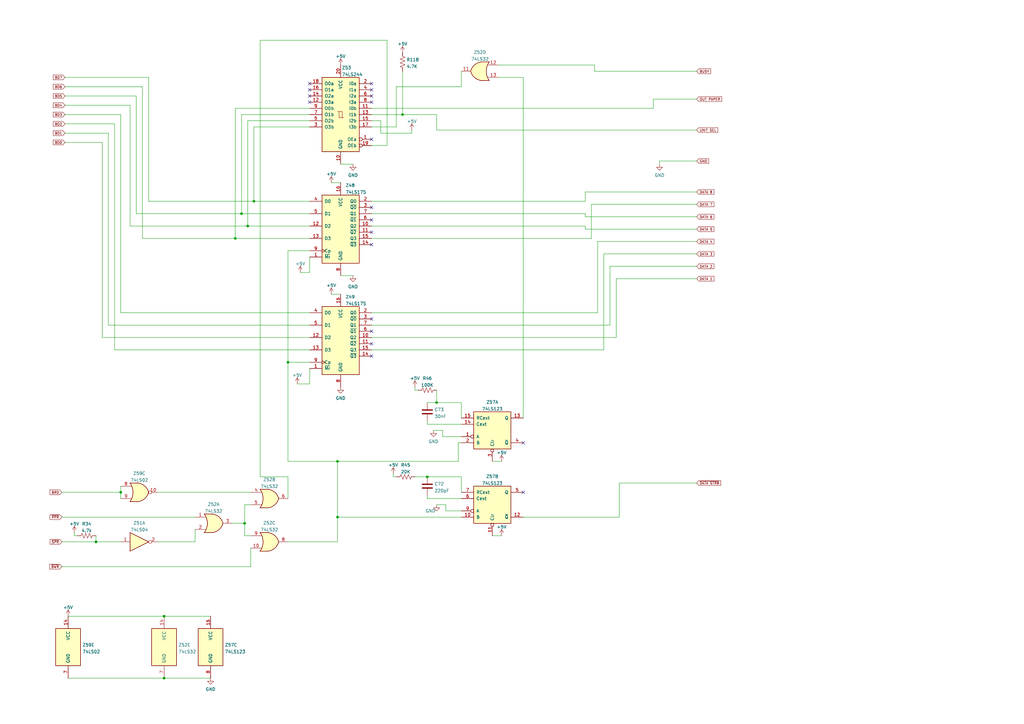
<source format=kicad_sch>
(kicad_sch (version 20211123) (generator eeschema)

  (uuid 3e79dea7-e3f6-4deb-98ff-da8a21fe6acc)

  (paper "A3")

  (lib_symbols
    (symbol "74xx:74LS02" (pin_names (offset 1.016)) (in_bom yes) (on_board yes)
      (property "Reference" "U" (id 0) (at 0 1.27 0)
        (effects (font (size 1.27 1.27)))
      )
      (property "Value" "74LS02" (id 1) (at 0 -1.27 0)
        (effects (font (size 1.27 1.27)))
      )
      (property "Footprint" "" (id 2) (at 0 0 0)
        (effects (font (size 1.27 1.27)) hide)
      )
      (property "Datasheet" "http://www.ti.com/lit/gpn/sn74ls02" (id 3) (at 0 0 0)
        (effects (font (size 1.27 1.27)) hide)
      )
      (property "ki_locked" "" (id 4) (at 0 0 0)
        (effects (font (size 1.27 1.27)))
      )
      (property "ki_keywords" "TTL Nor2" (id 5) (at 0 0 0)
        (effects (font (size 1.27 1.27)) hide)
      )
      (property "ki_description" "quad 2-input NOR gate" (id 6) (at 0 0 0)
        (effects (font (size 1.27 1.27)) hide)
      )
      (property "ki_fp_filters" "SO14* DIP*W7.62mm*" (id 7) (at 0 0 0)
        (effects (font (size 1.27 1.27)) hide)
      )
      (symbol "74LS02_1_1"
        (arc (start -3.81 -3.81) (mid -2.589 0) (end -3.81 3.81)
          (stroke (width 0.254) (type default) (color 0 0 0 0))
          (fill (type none))
        )
        (arc (start -0.6096 -3.81) (mid 2.1855 -2.584) (end 3.81 0)
          (stroke (width 0.254) (type default) (color 0 0 0 0))
          (fill (type background))
        )
        (polyline
          (pts
            (xy -3.81 -3.81)
            (xy -0.635 -3.81)
          )
          (stroke (width 0.254) (type default) (color 0 0 0 0))
          (fill (type background))
        )
        (polyline
          (pts
            (xy -3.81 3.81)
            (xy -0.635 3.81)
          )
          (stroke (width 0.254) (type default) (color 0 0 0 0))
          (fill (type background))
        )
        (polyline
          (pts
            (xy -0.635 3.81)
            (xy -3.81 3.81)
            (xy -3.81 3.81)
            (xy -3.556 3.4036)
            (xy -3.0226 2.2606)
            (xy -2.6924 1.0414)
            (xy -2.6162 -0.254)
            (xy -2.7686 -1.4986)
            (xy -3.175 -2.7178)
            (xy -3.81 -3.81)
            (xy -3.81 -3.81)
            (xy -0.635 -3.81)
          )
          (stroke (width -25.4) (type default) (color 0 0 0 0))
          (fill (type background))
        )
        (arc (start 3.81 0) (mid 2.1928 2.5925) (end -0.6096 3.81)
          (stroke (width 0.254) (type default) (color 0 0 0 0))
          (fill (type background))
        )
        (pin output inverted (at 7.62 0 180) (length 3.81)
          (name "~" (effects (font (size 1.27 1.27))))
          (number "1" (effects (font (size 1.27 1.27))))
        )
        (pin input line (at -7.62 2.54 0) (length 4.318)
          (name "~" (effects (font (size 1.27 1.27))))
          (number "2" (effects (font (size 1.27 1.27))))
        )
        (pin input line (at -7.62 -2.54 0) (length 4.318)
          (name "~" (effects (font (size 1.27 1.27))))
          (number "3" (effects (font (size 1.27 1.27))))
        )
      )
      (symbol "74LS02_1_2"
        (arc (start 0 -3.81) (mid 3.81 0) (end 0 3.81)
          (stroke (width 0.254) (type default) (color 0 0 0 0))
          (fill (type background))
        )
        (polyline
          (pts
            (xy 0 3.81)
            (xy -3.81 3.81)
            (xy -3.81 -3.81)
            (xy 0 -3.81)
          )
          (stroke (width 0.254) (type default) (color 0 0 0 0))
          (fill (type background))
        )
        (pin output line (at 7.62 0 180) (length 3.81)
          (name "~" (effects (font (size 1.27 1.27))))
          (number "1" (effects (font (size 1.27 1.27))))
        )
        (pin input inverted (at -7.62 2.54 0) (length 3.81)
          (name "~" (effects (font (size 1.27 1.27))))
          (number "2" (effects (font (size 1.27 1.27))))
        )
        (pin input inverted (at -7.62 -2.54 0) (length 3.81)
          (name "~" (effects (font (size 1.27 1.27))))
          (number "3" (effects (font (size 1.27 1.27))))
        )
      )
      (symbol "74LS02_2_1"
        (arc (start -3.81 -3.81) (mid -2.589 0) (end -3.81 3.81)
          (stroke (width 0.254) (type default) (color 0 0 0 0))
          (fill (type none))
        )
        (arc (start -0.6096 -3.81) (mid 2.1855 -2.584) (end 3.81 0)
          (stroke (width 0.254) (type default) (color 0 0 0 0))
          (fill (type background))
        )
        (polyline
          (pts
            (xy -3.81 -3.81)
            (xy -0.635 -3.81)
          )
          (stroke (width 0.254) (type default) (color 0 0 0 0))
          (fill (type background))
        )
        (polyline
          (pts
            (xy -3.81 3.81)
            (xy -0.635 3.81)
          )
          (stroke (width 0.254) (type default) (color 0 0 0 0))
          (fill (type background))
        )
        (polyline
          (pts
            (xy -0.635 3.81)
            (xy -3.81 3.81)
            (xy -3.81 3.81)
            (xy -3.556 3.4036)
            (xy -3.0226 2.2606)
            (xy -2.6924 1.0414)
            (xy -2.6162 -0.254)
            (xy -2.7686 -1.4986)
            (xy -3.175 -2.7178)
            (xy -3.81 -3.81)
            (xy -3.81 -3.81)
            (xy -0.635 -3.81)
          )
          (stroke (width -25.4) (type default) (color 0 0 0 0))
          (fill (type background))
        )
        (arc (start 3.81 0) (mid 2.1928 2.5925) (end -0.6096 3.81)
          (stroke (width 0.254) (type default) (color 0 0 0 0))
          (fill (type background))
        )
        (pin output inverted (at 7.62 0 180) (length 3.81)
          (name "~" (effects (font (size 1.27 1.27))))
          (number "4" (effects (font (size 1.27 1.27))))
        )
        (pin input line (at -7.62 2.54 0) (length 4.318)
          (name "~" (effects (font (size 1.27 1.27))))
          (number "5" (effects (font (size 1.27 1.27))))
        )
        (pin input line (at -7.62 -2.54 0) (length 4.318)
          (name "~" (effects (font (size 1.27 1.27))))
          (number "6" (effects (font (size 1.27 1.27))))
        )
      )
      (symbol "74LS02_2_2"
        (arc (start 0 -3.81) (mid 3.81 0) (end 0 3.81)
          (stroke (width 0.254) (type default) (color 0 0 0 0))
          (fill (type background))
        )
        (polyline
          (pts
            (xy 0 3.81)
            (xy -3.81 3.81)
            (xy -3.81 -3.81)
            (xy 0 -3.81)
          )
          (stroke (width 0.254) (type default) (color 0 0 0 0))
          (fill (type background))
        )
        (pin output line (at 7.62 0 180) (length 3.81)
          (name "~" (effects (font (size 1.27 1.27))))
          (number "4" (effects (font (size 1.27 1.27))))
        )
        (pin input inverted (at -7.62 2.54 0) (length 3.81)
          (name "~" (effects (font (size 1.27 1.27))))
          (number "5" (effects (font (size 1.27 1.27))))
        )
        (pin input inverted (at -7.62 -2.54 0) (length 3.81)
          (name "~" (effects (font (size 1.27 1.27))))
          (number "6" (effects (font (size 1.27 1.27))))
        )
      )
      (symbol "74LS02_3_1"
        (arc (start -3.81 -3.81) (mid -2.589 0) (end -3.81 3.81)
          (stroke (width 0.254) (type default) (color 0 0 0 0))
          (fill (type none))
        )
        (arc (start -0.6096 -3.81) (mid 2.1855 -2.584) (end 3.81 0)
          (stroke (width 0.254) (type default) (color 0 0 0 0))
          (fill (type background))
        )
        (polyline
          (pts
            (xy -3.81 -3.81)
            (xy -0.635 -3.81)
          )
          (stroke (width 0.254) (type default) (color 0 0 0 0))
          (fill (type background))
        )
        (polyline
          (pts
            (xy -3.81 3.81)
            (xy -0.635 3.81)
          )
          (stroke (width 0.254) (type default) (color 0 0 0 0))
          (fill (type background))
        )
        (polyline
          (pts
            (xy -0.635 3.81)
            (xy -3.81 3.81)
            (xy -3.81 3.81)
            (xy -3.556 3.4036)
            (xy -3.0226 2.2606)
            (xy -2.6924 1.0414)
            (xy -2.6162 -0.254)
            (xy -2.7686 -1.4986)
            (xy -3.175 -2.7178)
            (xy -3.81 -3.81)
            (xy -3.81 -3.81)
            (xy -0.635 -3.81)
          )
          (stroke (width -25.4) (type default) (color 0 0 0 0))
          (fill (type background))
        )
        (arc (start 3.81 0) (mid 2.1928 2.5925) (end -0.6096 3.81)
          (stroke (width 0.254) (type default) (color 0 0 0 0))
          (fill (type background))
        )
        (pin output inverted (at 7.62 0 180) (length 3.81)
          (name "~" (effects (font (size 1.27 1.27))))
          (number "10" (effects (font (size 1.27 1.27))))
        )
        (pin input line (at -7.62 2.54 0) (length 4.318)
          (name "~" (effects (font (size 1.27 1.27))))
          (number "8" (effects (font (size 1.27 1.27))))
        )
        (pin input line (at -7.62 -2.54 0) (length 4.318)
          (name "~" (effects (font (size 1.27 1.27))))
          (number "9" (effects (font (size 1.27 1.27))))
        )
      )
      (symbol "74LS02_3_2"
        (arc (start 0 -3.81) (mid 3.81 0) (end 0 3.81)
          (stroke (width 0.254) (type default) (color 0 0 0 0))
          (fill (type background))
        )
        (polyline
          (pts
            (xy 0 3.81)
            (xy -3.81 3.81)
            (xy -3.81 -3.81)
            (xy 0 -3.81)
          )
          (stroke (width 0.254) (type default) (color 0 0 0 0))
          (fill (type background))
        )
        (pin output line (at 7.62 0 180) (length 3.81)
          (name "~" (effects (font (size 1.27 1.27))))
          (number "10" (effects (font (size 1.27 1.27))))
        )
        (pin input inverted (at -7.62 2.54 0) (length 3.81)
          (name "~" (effects (font (size 1.27 1.27))))
          (number "8" (effects (font (size 1.27 1.27))))
        )
        (pin input inverted (at -7.62 -2.54 0) (length 3.81)
          (name "~" (effects (font (size 1.27 1.27))))
          (number "9" (effects (font (size 1.27 1.27))))
        )
      )
      (symbol "74LS02_4_1"
        (arc (start -3.81 -3.81) (mid -2.589 0) (end -3.81 3.81)
          (stroke (width 0.254) (type default) (color 0 0 0 0))
          (fill (type none))
        )
        (arc (start -0.6096 -3.81) (mid 2.1855 -2.584) (end 3.81 0)
          (stroke (width 0.254) (type default) (color 0 0 0 0))
          (fill (type background))
        )
        (polyline
          (pts
            (xy -3.81 -3.81)
            (xy -0.635 -3.81)
          )
          (stroke (width 0.254) (type default) (color 0 0 0 0))
          (fill (type background))
        )
        (polyline
          (pts
            (xy -3.81 3.81)
            (xy -0.635 3.81)
          )
          (stroke (width 0.254) (type default) (color 0 0 0 0))
          (fill (type background))
        )
        (polyline
          (pts
            (xy -0.635 3.81)
            (xy -3.81 3.81)
            (xy -3.81 3.81)
            (xy -3.556 3.4036)
            (xy -3.0226 2.2606)
            (xy -2.6924 1.0414)
            (xy -2.6162 -0.254)
            (xy -2.7686 -1.4986)
            (xy -3.175 -2.7178)
            (xy -3.81 -3.81)
            (xy -3.81 -3.81)
            (xy -0.635 -3.81)
          )
          (stroke (width -25.4) (type default) (color 0 0 0 0))
          (fill (type background))
        )
        (arc (start 3.81 0) (mid 2.1928 2.5925) (end -0.6096 3.81)
          (stroke (width 0.254) (type default) (color 0 0 0 0))
          (fill (type background))
        )
        (pin input line (at -7.62 2.54 0) (length 4.318)
          (name "~" (effects (font (size 1.27 1.27))))
          (number "11" (effects (font (size 1.27 1.27))))
        )
        (pin input line (at -7.62 -2.54 0) (length 4.318)
          (name "~" (effects (font (size 1.27 1.27))))
          (number "12" (effects (font (size 1.27 1.27))))
        )
        (pin output inverted (at 7.62 0 180) (length 3.81)
          (name "~" (effects (font (size 1.27 1.27))))
          (number "13" (effects (font (size 1.27 1.27))))
        )
      )
      (symbol "74LS02_4_2"
        (arc (start 0 -3.81) (mid 3.81 0) (end 0 3.81)
          (stroke (width 0.254) (type default) (color 0 0 0 0))
          (fill (type background))
        )
        (polyline
          (pts
            (xy 0 3.81)
            (xy -3.81 3.81)
            (xy -3.81 -3.81)
            (xy 0 -3.81)
          )
          (stroke (width 0.254) (type default) (color 0 0 0 0))
          (fill (type background))
        )
        (pin input inverted (at -7.62 2.54 0) (length 3.81)
          (name "~" (effects (font (size 1.27 1.27))))
          (number "11" (effects (font (size 1.27 1.27))))
        )
        (pin input inverted (at -7.62 -2.54 0) (length 3.81)
          (name "~" (effects (font (size 1.27 1.27))))
          (number "12" (effects (font (size 1.27 1.27))))
        )
        (pin output line (at 7.62 0 180) (length 3.81)
          (name "~" (effects (font (size 1.27 1.27))))
          (number "13" (effects (font (size 1.27 1.27))))
        )
      )
      (symbol "74LS02_5_0"
        (pin power_in line (at 0 12.7 270) (length 5.08)
          (name "VCC" (effects (font (size 1.27 1.27))))
          (number "14" (effects (font (size 1.27 1.27))))
        )
        (pin power_in line (at 0 -12.7 90) (length 5.08)
          (name "GND" (effects (font (size 1.27 1.27))))
          (number "7" (effects (font (size 1.27 1.27))))
        )
      )
      (symbol "74LS02_5_1"
        (rectangle (start -5.08 7.62) (end 5.08 -7.62)
          (stroke (width 0.254) (type default) (color 0 0 0 0))
          (fill (type background))
        )
      )
    )
    (symbol "74xx:74LS04" (in_bom yes) (on_board yes)
      (property "Reference" "U" (id 0) (at 0 1.27 0)
        (effects (font (size 1.27 1.27)))
      )
      (property "Value" "74LS04" (id 1) (at 0 -1.27 0)
        (effects (font (size 1.27 1.27)))
      )
      (property "Footprint" "" (id 2) (at 0 0 0)
        (effects (font (size 1.27 1.27)) hide)
      )
      (property "Datasheet" "http://www.ti.com/lit/gpn/sn74LS04" (id 3) (at 0 0 0)
        (effects (font (size 1.27 1.27)) hide)
      )
      (property "ki_locked" "" (id 4) (at 0 0 0)
        (effects (font (size 1.27 1.27)))
      )
      (property "ki_keywords" "TTL not inv" (id 5) (at 0 0 0)
        (effects (font (size 1.27 1.27)) hide)
      )
      (property "ki_description" "Hex Inverter" (id 6) (at 0 0 0)
        (effects (font (size 1.27 1.27)) hide)
      )
      (property "ki_fp_filters" "DIP*W7.62mm* SSOP?14* TSSOP?14*" (id 7) (at 0 0 0)
        (effects (font (size 1.27 1.27)) hide)
      )
      (symbol "74LS04_1_0"
        (polyline
          (pts
            (xy -3.81 3.81)
            (xy -3.81 -3.81)
            (xy 3.81 0)
            (xy -3.81 3.81)
          )
          (stroke (width 0.254) (type default) (color 0 0 0 0))
          (fill (type background))
        )
        (pin input line (at -7.62 0 0) (length 3.81)
          (name "~" (effects (font (size 1.27 1.27))))
          (number "1" (effects (font (size 1.27 1.27))))
        )
        (pin output inverted (at 7.62 0 180) (length 3.81)
          (name "~" (effects (font (size 1.27 1.27))))
          (number "2" (effects (font (size 1.27 1.27))))
        )
      )
      (symbol "74LS04_2_0"
        (polyline
          (pts
            (xy -3.81 3.81)
            (xy -3.81 -3.81)
            (xy 3.81 0)
            (xy -3.81 3.81)
          )
          (stroke (width 0.254) (type default) (color 0 0 0 0))
          (fill (type background))
        )
        (pin input line (at -7.62 0 0) (length 3.81)
          (name "~" (effects (font (size 1.27 1.27))))
          (number "3" (effects (font (size 1.27 1.27))))
        )
        (pin output inverted (at 7.62 0 180) (length 3.81)
          (name "~" (effects (font (size 1.27 1.27))))
          (number "4" (effects (font (size 1.27 1.27))))
        )
      )
      (symbol "74LS04_3_0"
        (polyline
          (pts
            (xy -3.81 3.81)
            (xy -3.81 -3.81)
            (xy 3.81 0)
            (xy -3.81 3.81)
          )
          (stroke (width 0.254) (type default) (color 0 0 0 0))
          (fill (type background))
        )
        (pin input line (at -7.62 0 0) (length 3.81)
          (name "~" (effects (font (size 1.27 1.27))))
          (number "5" (effects (font (size 1.27 1.27))))
        )
        (pin output inverted (at 7.62 0 180) (length 3.81)
          (name "~" (effects (font (size 1.27 1.27))))
          (number "6" (effects (font (size 1.27 1.27))))
        )
      )
      (symbol "74LS04_4_0"
        (polyline
          (pts
            (xy -3.81 3.81)
            (xy -3.81 -3.81)
            (xy 3.81 0)
            (xy -3.81 3.81)
          )
          (stroke (width 0.254) (type default) (color 0 0 0 0))
          (fill (type background))
        )
        (pin output inverted (at 7.62 0 180) (length 3.81)
          (name "~" (effects (font (size 1.27 1.27))))
          (number "8" (effects (font (size 1.27 1.27))))
        )
        (pin input line (at -7.62 0 0) (length 3.81)
          (name "~" (effects (font (size 1.27 1.27))))
          (number "9" (effects (font (size 1.27 1.27))))
        )
      )
      (symbol "74LS04_5_0"
        (polyline
          (pts
            (xy -3.81 3.81)
            (xy -3.81 -3.81)
            (xy 3.81 0)
            (xy -3.81 3.81)
          )
          (stroke (width 0.254) (type default) (color 0 0 0 0))
          (fill (type background))
        )
        (pin output inverted (at 7.62 0 180) (length 3.81)
          (name "~" (effects (font (size 1.27 1.27))))
          (number "10" (effects (font (size 1.27 1.27))))
        )
        (pin input line (at -7.62 0 0) (length 3.81)
          (name "~" (effects (font (size 1.27 1.27))))
          (number "11" (effects (font (size 1.27 1.27))))
        )
      )
      (symbol "74LS04_6_0"
        (polyline
          (pts
            (xy -3.81 3.81)
            (xy -3.81 -3.81)
            (xy 3.81 0)
            (xy -3.81 3.81)
          )
          (stroke (width 0.254) (type default) (color 0 0 0 0))
          (fill (type background))
        )
        (pin output inverted (at 7.62 0 180) (length 3.81)
          (name "~" (effects (font (size 1.27 1.27))))
          (number "12" (effects (font (size 1.27 1.27))))
        )
        (pin input line (at -7.62 0 0) (length 3.81)
          (name "~" (effects (font (size 1.27 1.27))))
          (number "13" (effects (font (size 1.27 1.27))))
        )
      )
      (symbol "74LS04_7_0"
        (pin power_in line (at 0 12.7 270) (length 5.08)
          (name "VCC" (effects (font (size 1.27 1.27))))
          (number "14" (effects (font (size 1.27 1.27))))
        )
        (pin power_in line (at 0 -12.7 90) (length 5.08)
          (name "GND" (effects (font (size 1.27 1.27))))
          (number "7" (effects (font (size 1.27 1.27))))
        )
      )
      (symbol "74LS04_7_1"
        (rectangle (start -5.08 7.62) (end 5.08 -7.62)
          (stroke (width 0.254) (type default) (color 0 0 0 0))
          (fill (type background))
        )
      )
    )
    (symbol "74xx:74LS123" (pin_names (offset 1.016)) (in_bom yes) (on_board yes)
      (property "Reference" "U" (id 0) (at -7.62 8.89 0)
        (effects (font (size 1.27 1.27)))
      )
      (property "Value" "74LS123" (id 1) (at -7.62 -8.89 0)
        (effects (font (size 1.27 1.27)))
      )
      (property "Footprint" "" (id 2) (at 0 0 0)
        (effects (font (size 1.27 1.27)) hide)
      )
      (property "Datasheet" "http://www.ti.com/lit/gpn/sn74LS123" (id 3) (at 0 0 0)
        (effects (font (size 1.27 1.27)) hide)
      )
      (property "ki_locked" "" (id 4) (at 0 0 0)
        (effects (font (size 1.27 1.27)))
      )
      (property "ki_keywords" "TTL monostable" (id 5) (at 0 0 0)
        (effects (font (size 1.27 1.27)) hide)
      )
      (property "ki_description" "Dual retriggerable Monostable" (id 6) (at 0 0 0)
        (effects (font (size 1.27 1.27)) hide)
      )
      (property "ki_fp_filters" "DIP?16*" (id 7) (at 0 0 0)
        (effects (font (size 1.27 1.27)) hide)
      )
      (symbol "74LS123_1_0"
        (pin input inverted (at -12.7 -2.54 0) (length 5.08)
          (name "A" (effects (font (size 1.27 1.27))))
          (number "1" (effects (font (size 1.27 1.27))))
        )
        (pin output line (at 12.7 5.08 180) (length 5.08)
          (name "Q" (effects (font (size 1.27 1.27))))
          (number "13" (effects (font (size 1.27 1.27))))
        )
        (pin input line (at -12.7 2.54 0) (length 5.08)
          (name "Cext" (effects (font (size 1.27 1.27))))
          (number "14" (effects (font (size 1.27 1.27))))
        )
        (pin input line (at -12.7 5.08 0) (length 5.08)
          (name "RCext" (effects (font (size 1.27 1.27))))
          (number "15" (effects (font (size 1.27 1.27))))
        )
        (pin input line (at -12.7 -5.08 0) (length 5.08)
          (name "B" (effects (font (size 1.27 1.27))))
          (number "2" (effects (font (size 1.27 1.27))))
        )
        (pin input inverted (at 0 -12.7 90) (length 5.08)
          (name "Clr" (effects (font (size 1.27 1.27))))
          (number "3" (effects (font (size 1.27 1.27))))
        )
        (pin output line (at 12.7 -5.08 180) (length 5.08)
          (name "~{Q}" (effects (font (size 1.27 1.27))))
          (number "4" (effects (font (size 1.27 1.27))))
        )
      )
      (symbol "74LS123_1_1"
        (rectangle (start -7.62 7.62) (end 7.62 -7.62)
          (stroke (width 0.254) (type default) (color 0 0 0 0))
          (fill (type background))
        )
      )
      (symbol "74LS123_2_0"
        (pin input line (at -12.7 -5.08 0) (length 5.08)
          (name "B" (effects (font (size 1.27 1.27))))
          (number "10" (effects (font (size 1.27 1.27))))
        )
        (pin input inverted (at 0 -12.7 90) (length 5.08)
          (name "Clr" (effects (font (size 1.27 1.27))))
          (number "11" (effects (font (size 1.27 1.27))))
        )
        (pin output line (at 12.7 -5.08 180) (length 5.08)
          (name "~{Q}" (effects (font (size 1.27 1.27))))
          (number "12" (effects (font (size 1.27 1.27))))
        )
        (pin output line (at 12.7 5.08 180) (length 5.08)
          (name "Q" (effects (font (size 1.27 1.27))))
          (number "5" (effects (font (size 1.27 1.27))))
        )
        (pin input line (at -12.7 2.54 0) (length 5.08)
          (name "Cext" (effects (font (size 1.27 1.27))))
          (number "6" (effects (font (size 1.27 1.27))))
        )
        (pin input line (at -12.7 5.08 0) (length 5.08)
          (name "RCext" (effects (font (size 1.27 1.27))))
          (number "7" (effects (font (size 1.27 1.27))))
        )
        (pin input inverted (at -12.7 -2.54 0) (length 5.08)
          (name "A" (effects (font (size 1.27 1.27))))
          (number "9" (effects (font (size 1.27 1.27))))
        )
      )
      (symbol "74LS123_2_1"
        (rectangle (start -7.62 7.62) (end 7.62 -7.62)
          (stroke (width 0.254) (type default) (color 0 0 0 0))
          (fill (type background))
        )
      )
      (symbol "74LS123_3_0"
        (pin power_in line (at 0 12.7 270) (length 5.08)
          (name "VCC" (effects (font (size 1.27 1.27))))
          (number "16" (effects (font (size 1.27 1.27))))
        )
        (pin power_in line (at 0 -12.7 90) (length 5.08)
          (name "GND" (effects (font (size 1.27 1.27))))
          (number "8" (effects (font (size 1.27 1.27))))
        )
      )
      (symbol "74LS123_3_1"
        (rectangle (start -5.08 7.62) (end 5.08 -7.62)
          (stroke (width 0.254) (type default) (color 0 0 0 0))
          (fill (type background))
        )
      )
    )
    (symbol "74xx:74LS175" (pin_names (offset 1.016)) (in_bom yes) (on_board yes)
      (property "Reference" "U" (id 0) (at -7.62 13.97 0)
        (effects (font (size 1.27 1.27)))
      )
      (property "Value" "74LS175" (id 1) (at -7.62 -16.51 0)
        (effects (font (size 1.27 1.27)))
      )
      (property "Footprint" "" (id 2) (at 0 0 0)
        (effects (font (size 1.27 1.27)) hide)
      )
      (property "Datasheet" "http://www.ti.com/lit/gpn/sn74LS175" (id 3) (at 0 0 0)
        (effects (font (size 1.27 1.27)) hide)
      )
      (property "ki_locked" "" (id 4) (at 0 0 0)
        (effects (font (size 1.27 1.27)))
      )
      (property "ki_keywords" "TTL REG REG4 DFF" (id 5) (at 0 0 0)
        (effects (font (size 1.27 1.27)) hide)
      )
      (property "ki_description" "4-bit D Flip-Flop, reset" (id 6) (at 0 0 0)
        (effects (font (size 1.27 1.27)) hide)
      )
      (property "ki_fp_filters" "DIP?16*" (id 7) (at 0 0 0)
        (effects (font (size 1.27 1.27)) hide)
      )
      (symbol "74LS175_1_0"
        (pin input line (at -12.7 -12.7 0) (length 5.08)
          (name "~{Mr}" (effects (font (size 1.27 1.27))))
          (number "1" (effects (font (size 1.27 1.27))))
        )
        (pin output line (at 12.7 0 180) (length 5.08)
          (name "Q2" (effects (font (size 1.27 1.27))))
          (number "10" (effects (font (size 1.27 1.27))))
        )
        (pin output line (at 12.7 -2.54 180) (length 5.08)
          (name "~{Q2}" (effects (font (size 1.27 1.27))))
          (number "11" (effects (font (size 1.27 1.27))))
        )
        (pin input line (at -12.7 0 0) (length 5.08)
          (name "D2" (effects (font (size 1.27 1.27))))
          (number "12" (effects (font (size 1.27 1.27))))
        )
        (pin input line (at -12.7 -5.08 0) (length 5.08)
          (name "D3" (effects (font (size 1.27 1.27))))
          (number "13" (effects (font (size 1.27 1.27))))
        )
        (pin output line (at 12.7 -7.62 180) (length 5.08)
          (name "~{Q3}" (effects (font (size 1.27 1.27))))
          (number "14" (effects (font (size 1.27 1.27))))
        )
        (pin output line (at 12.7 -5.08 180) (length 5.08)
          (name "Q3" (effects (font (size 1.27 1.27))))
          (number "15" (effects (font (size 1.27 1.27))))
        )
        (pin power_in line (at 0 17.78 270) (length 5.08)
          (name "VCC" (effects (font (size 1.27 1.27))))
          (number "16" (effects (font (size 1.27 1.27))))
        )
        (pin output line (at 12.7 10.16 180) (length 5.08)
          (name "Q0" (effects (font (size 1.27 1.27))))
          (number "2" (effects (font (size 1.27 1.27))))
        )
        (pin output line (at 12.7 7.62 180) (length 5.08)
          (name "~{Q0}" (effects (font (size 1.27 1.27))))
          (number "3" (effects (font (size 1.27 1.27))))
        )
        (pin input line (at -12.7 10.16 0) (length 5.08)
          (name "D0" (effects (font (size 1.27 1.27))))
          (number "4" (effects (font (size 1.27 1.27))))
        )
        (pin input line (at -12.7 5.08 0) (length 5.08)
          (name "D1" (effects (font (size 1.27 1.27))))
          (number "5" (effects (font (size 1.27 1.27))))
        )
        (pin output line (at 12.7 2.54 180) (length 5.08)
          (name "~{Q1}" (effects (font (size 1.27 1.27))))
          (number "6" (effects (font (size 1.27 1.27))))
        )
        (pin output line (at 12.7 5.08 180) (length 5.08)
          (name "Q1" (effects (font (size 1.27 1.27))))
          (number "7" (effects (font (size 1.27 1.27))))
        )
        (pin power_in line (at 0 -20.32 90) (length 5.08)
          (name "GND" (effects (font (size 1.27 1.27))))
          (number "8" (effects (font (size 1.27 1.27))))
        )
        (pin input clock (at -12.7 -10.16 0) (length 5.08)
          (name "Cp" (effects (font (size 1.27 1.27))))
          (number "9" (effects (font (size 1.27 1.27))))
        )
      )
      (symbol "74LS175_1_1"
        (rectangle (start -7.62 12.7) (end 7.62 -15.24)
          (stroke (width 0.254) (type default) (color 0 0 0 0))
          (fill (type background))
        )
      )
    )
    (symbol "74xx:74LS244" (pin_names (offset 1.016)) (in_bom yes) (on_board yes)
      (property "Reference" "U" (id 0) (at -7.62 16.51 0)
        (effects (font (size 1.27 1.27)))
      )
      (property "Value" "74LS244" (id 1) (at -7.62 -16.51 0)
        (effects (font (size 1.27 1.27)))
      )
      (property "Footprint" "" (id 2) (at 0 0 0)
        (effects (font (size 1.27 1.27)) hide)
      )
      (property "Datasheet" "http://www.ti.com/lit/ds/symlink/sn74ls244.pdf" (id 3) (at 0 0 0)
        (effects (font (size 1.27 1.27)) hide)
      )
      (property "ki_keywords" "7400 logic ttl low power schottky" (id 4) (at 0 0 0)
        (effects (font (size 1.27 1.27)) hide)
      )
      (property "ki_description" "Octal Buffer and Line Driver With 3-State Output, active-low enables, non-inverting outputs" (id 5) (at 0 0 0)
        (effects (font (size 1.27 1.27)) hide)
      )
      (property "ki_fp_filters" "DIP?20*" (id 6) (at 0 0 0)
        (effects (font (size 1.27 1.27)) hide)
      )
      (symbol "74LS244_1_0"
        (polyline
          (pts
            (xy -0.635 -1.27)
            (xy -0.635 1.27)
            (xy 0.635 1.27)
          )
          (stroke (width 0) (type default) (color 0 0 0 0))
          (fill (type none))
        )
        (polyline
          (pts
            (xy -1.27 -1.27)
            (xy 0.635 -1.27)
            (xy 0.635 1.27)
            (xy 1.27 1.27)
          )
          (stroke (width 0) (type default) (color 0 0 0 0))
          (fill (type none))
        )
        (pin input inverted (at -12.7 -10.16 0) (length 5.08)
          (name "OEa" (effects (font (size 1.27 1.27))))
          (number "1" (effects (font (size 1.27 1.27))))
        )
        (pin power_in line (at 0 -20.32 90) (length 5.08)
          (name "GND" (effects (font (size 1.27 1.27))))
          (number "10" (effects (font (size 1.27 1.27))))
        )
        (pin input line (at -12.7 2.54 0) (length 5.08)
          (name "I0b" (effects (font (size 1.27 1.27))))
          (number "11" (effects (font (size 1.27 1.27))))
        )
        (pin tri_state line (at 12.7 5.08 180) (length 5.08)
          (name "O3a" (effects (font (size 1.27 1.27))))
          (number "12" (effects (font (size 1.27 1.27))))
        )
        (pin input line (at -12.7 0 0) (length 5.08)
          (name "I1b" (effects (font (size 1.27 1.27))))
          (number "13" (effects (font (size 1.27 1.27))))
        )
        (pin tri_state line (at 12.7 7.62 180) (length 5.08)
          (name "O2a" (effects (font (size 1.27 1.27))))
          (number "14" (effects (font (size 1.27 1.27))))
        )
        (pin input line (at -12.7 -2.54 0) (length 5.08)
          (name "I2b" (effects (font (size 1.27 1.27))))
          (number "15" (effects (font (size 1.27 1.27))))
        )
        (pin tri_state line (at 12.7 10.16 180) (length 5.08)
          (name "O1a" (effects (font (size 1.27 1.27))))
          (number "16" (effects (font (size 1.27 1.27))))
        )
        (pin input line (at -12.7 -5.08 0) (length 5.08)
          (name "I3b" (effects (font (size 1.27 1.27))))
          (number "17" (effects (font (size 1.27 1.27))))
        )
        (pin tri_state line (at 12.7 12.7 180) (length 5.08)
          (name "O0a" (effects (font (size 1.27 1.27))))
          (number "18" (effects (font (size 1.27 1.27))))
        )
        (pin input inverted (at -12.7 -12.7 0) (length 5.08)
          (name "OEb" (effects (font (size 1.27 1.27))))
          (number "19" (effects (font (size 1.27 1.27))))
        )
        (pin input line (at -12.7 12.7 0) (length 5.08)
          (name "I0a" (effects (font (size 1.27 1.27))))
          (number "2" (effects (font (size 1.27 1.27))))
        )
        (pin power_in line (at 0 20.32 270) (length 5.08)
          (name "VCC" (effects (font (size 1.27 1.27))))
          (number "20" (effects (font (size 1.27 1.27))))
        )
        (pin tri_state line (at 12.7 -5.08 180) (length 5.08)
          (name "O3b" (effects (font (size 1.27 1.27))))
          (number "3" (effects (font (size 1.27 1.27))))
        )
        (pin input line (at -12.7 10.16 0) (length 5.08)
          (name "I1a" (effects (font (size 1.27 1.27))))
          (number "4" (effects (font (size 1.27 1.27))))
        )
        (pin tri_state line (at 12.7 -2.54 180) (length 5.08)
          (name "O2b" (effects (font (size 1.27 1.27))))
          (number "5" (effects (font (size 1.27 1.27))))
        )
        (pin input line (at -12.7 7.62 0) (length 5.08)
          (name "I2a" (effects (font (size 1.27 1.27))))
          (number "6" (effects (font (size 1.27 1.27))))
        )
        (pin tri_state line (at 12.7 0 180) (length 5.08)
          (name "O1b" (effects (font (size 1.27 1.27))))
          (number "7" (effects (font (size 1.27 1.27))))
        )
        (pin input line (at -12.7 5.08 0) (length 5.08)
          (name "I3a" (effects (font (size 1.27 1.27))))
          (number "8" (effects (font (size 1.27 1.27))))
        )
        (pin tri_state line (at 12.7 2.54 180) (length 5.08)
          (name "O0b" (effects (font (size 1.27 1.27))))
          (number "9" (effects (font (size 1.27 1.27))))
        )
      )
      (symbol "74LS244_1_1"
        (rectangle (start -7.62 15.24) (end 7.62 -15.24)
          (stroke (width 0.254) (type default) (color 0 0 0 0))
          (fill (type background))
        )
      )
    )
    (symbol "74xx:74LS32" (pin_names (offset 1.016)) (in_bom yes) (on_board yes)
      (property "Reference" "U" (id 0) (at 0 1.27 0)
        (effects (font (size 1.27 1.27)))
      )
      (property "Value" "74LS32" (id 1) (at 0 -1.27 0)
        (effects (font (size 1.27 1.27)))
      )
      (property "Footprint" "" (id 2) (at 0 0 0)
        (effects (font (size 1.27 1.27)) hide)
      )
      (property "Datasheet" "http://www.ti.com/lit/gpn/sn74LS32" (id 3) (at 0 0 0)
        (effects (font (size 1.27 1.27)) hide)
      )
      (property "ki_locked" "" (id 4) (at 0 0 0)
        (effects (font (size 1.27 1.27)))
      )
      (property "ki_keywords" "TTL Or2" (id 5) (at 0 0 0)
        (effects (font (size 1.27 1.27)) hide)
      )
      (property "ki_description" "Quad 2-input OR" (id 6) (at 0 0 0)
        (effects (font (size 1.27 1.27)) hide)
      )
      (property "ki_fp_filters" "DIP?14*" (id 7) (at 0 0 0)
        (effects (font (size 1.27 1.27)) hide)
      )
      (symbol "74LS32_1_1"
        (arc (start -3.81 -3.81) (mid -2.589 0) (end -3.81 3.81)
          (stroke (width 0.254) (type default) (color 0 0 0 0))
          (fill (type none))
        )
        (arc (start -0.6096 -3.81) (mid 2.1855 -2.584) (end 3.81 0)
          (stroke (width 0.254) (type default) (color 0 0 0 0))
          (fill (type background))
        )
        (polyline
          (pts
            (xy -3.81 -3.81)
            (xy -0.635 -3.81)
          )
          (stroke (width 0.254) (type default) (color 0 0 0 0))
          (fill (type background))
        )
        (polyline
          (pts
            (xy -3.81 3.81)
            (xy -0.635 3.81)
          )
          (stroke (width 0.254) (type default) (color 0 0 0 0))
          (fill (type background))
        )
        (polyline
          (pts
            (xy -0.635 3.81)
            (xy -3.81 3.81)
            (xy -3.81 3.81)
            (xy -3.556 3.4036)
            (xy -3.0226 2.2606)
            (xy -2.6924 1.0414)
            (xy -2.6162 -0.254)
            (xy -2.7686 -1.4986)
            (xy -3.175 -2.7178)
            (xy -3.81 -3.81)
            (xy -3.81 -3.81)
            (xy -0.635 -3.81)
          )
          (stroke (width -25.4) (type default) (color 0 0 0 0))
          (fill (type background))
        )
        (arc (start 3.81 0) (mid 2.1928 2.5925) (end -0.6096 3.81)
          (stroke (width 0.254) (type default) (color 0 0 0 0))
          (fill (type background))
        )
        (pin input line (at -7.62 2.54 0) (length 4.318)
          (name "~" (effects (font (size 1.27 1.27))))
          (number "1" (effects (font (size 1.27 1.27))))
        )
        (pin input line (at -7.62 -2.54 0) (length 4.318)
          (name "~" (effects (font (size 1.27 1.27))))
          (number "2" (effects (font (size 1.27 1.27))))
        )
        (pin output line (at 7.62 0 180) (length 3.81)
          (name "~" (effects (font (size 1.27 1.27))))
          (number "3" (effects (font (size 1.27 1.27))))
        )
      )
      (symbol "74LS32_1_2"
        (arc (start 0 -3.81) (mid 3.81 0) (end 0 3.81)
          (stroke (width 0.254) (type default) (color 0 0 0 0))
          (fill (type background))
        )
        (polyline
          (pts
            (xy 0 3.81)
            (xy -3.81 3.81)
            (xy -3.81 -3.81)
            (xy 0 -3.81)
          )
          (stroke (width 0.254) (type default) (color 0 0 0 0))
          (fill (type background))
        )
        (pin input inverted (at -7.62 2.54 0) (length 3.81)
          (name "~" (effects (font (size 1.27 1.27))))
          (number "1" (effects (font (size 1.27 1.27))))
        )
        (pin input inverted (at -7.62 -2.54 0) (length 3.81)
          (name "~" (effects (font (size 1.27 1.27))))
          (number "2" (effects (font (size 1.27 1.27))))
        )
        (pin output inverted (at 7.62 0 180) (length 3.81)
          (name "~" (effects (font (size 1.27 1.27))))
          (number "3" (effects (font (size 1.27 1.27))))
        )
      )
      (symbol "74LS32_2_1"
        (arc (start -3.81 -3.81) (mid -2.589 0) (end -3.81 3.81)
          (stroke (width 0.254) (type default) (color 0 0 0 0))
          (fill (type none))
        )
        (arc (start -0.6096 -3.81) (mid 2.1855 -2.584) (end 3.81 0)
          (stroke (width 0.254) (type default) (color 0 0 0 0))
          (fill (type background))
        )
        (polyline
          (pts
            (xy -3.81 -3.81)
            (xy -0.635 -3.81)
          )
          (stroke (width 0.254) (type default) (color 0 0 0 0))
          (fill (type background))
        )
        (polyline
          (pts
            (xy -3.81 3.81)
            (xy -0.635 3.81)
          )
          (stroke (width 0.254) (type default) (color 0 0 0 0))
          (fill (type background))
        )
        (polyline
          (pts
            (xy -0.635 3.81)
            (xy -3.81 3.81)
            (xy -3.81 3.81)
            (xy -3.556 3.4036)
            (xy -3.0226 2.2606)
            (xy -2.6924 1.0414)
            (xy -2.6162 -0.254)
            (xy -2.7686 -1.4986)
            (xy -3.175 -2.7178)
            (xy -3.81 -3.81)
            (xy -3.81 -3.81)
            (xy -0.635 -3.81)
          )
          (stroke (width -25.4) (type default) (color 0 0 0 0))
          (fill (type background))
        )
        (arc (start 3.81 0) (mid 2.1928 2.5925) (end -0.6096 3.81)
          (stroke (width 0.254) (type default) (color 0 0 0 0))
          (fill (type background))
        )
        (pin input line (at -7.62 2.54 0) (length 4.318)
          (name "~" (effects (font (size 1.27 1.27))))
          (number "4" (effects (font (size 1.27 1.27))))
        )
        (pin input line (at -7.62 -2.54 0) (length 4.318)
          (name "~" (effects (font (size 1.27 1.27))))
          (number "5" (effects (font (size 1.27 1.27))))
        )
        (pin output line (at 7.62 0 180) (length 3.81)
          (name "~" (effects (font (size 1.27 1.27))))
          (number "6" (effects (font (size 1.27 1.27))))
        )
      )
      (symbol "74LS32_2_2"
        (arc (start 0 -3.81) (mid 3.81 0) (end 0 3.81)
          (stroke (width 0.254) (type default) (color 0 0 0 0))
          (fill (type background))
        )
        (polyline
          (pts
            (xy 0 3.81)
            (xy -3.81 3.81)
            (xy -3.81 -3.81)
            (xy 0 -3.81)
          )
          (stroke (width 0.254) (type default) (color 0 0 0 0))
          (fill (type background))
        )
        (pin input inverted (at -7.62 2.54 0) (length 3.81)
          (name "~" (effects (font (size 1.27 1.27))))
          (number "4" (effects (font (size 1.27 1.27))))
        )
        (pin input inverted (at -7.62 -2.54 0) (length 3.81)
          (name "~" (effects (font (size 1.27 1.27))))
          (number "5" (effects (font (size 1.27 1.27))))
        )
        (pin output inverted (at 7.62 0 180) (length 3.81)
          (name "~" (effects (font (size 1.27 1.27))))
          (number "6" (effects (font (size 1.27 1.27))))
        )
      )
      (symbol "74LS32_3_1"
        (arc (start -3.81 -3.81) (mid -2.589 0) (end -3.81 3.81)
          (stroke (width 0.254) (type default) (color 0 0 0 0))
          (fill (type none))
        )
        (arc (start -0.6096 -3.81) (mid 2.1855 -2.584) (end 3.81 0)
          (stroke (width 0.254) (type default) (color 0 0 0 0))
          (fill (type background))
        )
        (polyline
          (pts
            (xy -3.81 -3.81)
            (xy -0.635 -3.81)
          )
          (stroke (width 0.254) (type default) (color 0 0 0 0))
          (fill (type background))
        )
        (polyline
          (pts
            (xy -3.81 3.81)
            (xy -0.635 3.81)
          )
          (stroke (width 0.254) (type default) (color 0 0 0 0))
          (fill (type background))
        )
        (polyline
          (pts
            (xy -0.635 3.81)
            (xy -3.81 3.81)
            (xy -3.81 3.81)
            (xy -3.556 3.4036)
            (xy -3.0226 2.2606)
            (xy -2.6924 1.0414)
            (xy -2.6162 -0.254)
            (xy -2.7686 -1.4986)
            (xy -3.175 -2.7178)
            (xy -3.81 -3.81)
            (xy -3.81 -3.81)
            (xy -0.635 -3.81)
          )
          (stroke (width -25.4) (type default) (color 0 0 0 0))
          (fill (type background))
        )
        (arc (start 3.81 0) (mid 2.1928 2.5925) (end -0.6096 3.81)
          (stroke (width 0.254) (type default) (color 0 0 0 0))
          (fill (type background))
        )
        (pin input line (at -7.62 -2.54 0) (length 4.318)
          (name "~" (effects (font (size 1.27 1.27))))
          (number "10" (effects (font (size 1.27 1.27))))
        )
        (pin output line (at 7.62 0 180) (length 3.81)
          (name "~" (effects (font (size 1.27 1.27))))
          (number "8" (effects (font (size 1.27 1.27))))
        )
        (pin input line (at -7.62 2.54 0) (length 4.318)
          (name "~" (effects (font (size 1.27 1.27))))
          (number "9" (effects (font (size 1.27 1.27))))
        )
      )
      (symbol "74LS32_3_2"
        (arc (start 0 -3.81) (mid 3.81 0) (end 0 3.81)
          (stroke (width 0.254) (type default) (color 0 0 0 0))
          (fill (type background))
        )
        (polyline
          (pts
            (xy 0 3.81)
            (xy -3.81 3.81)
            (xy -3.81 -3.81)
            (xy 0 -3.81)
          )
          (stroke (width 0.254) (type default) (color 0 0 0 0))
          (fill (type background))
        )
        (pin input inverted (at -7.62 -2.54 0) (length 3.81)
          (name "~" (effects (font (size 1.27 1.27))))
          (number "10" (effects (font (size 1.27 1.27))))
        )
        (pin output inverted (at 7.62 0 180) (length 3.81)
          (name "~" (effects (font (size 1.27 1.27))))
          (number "8" (effects (font (size 1.27 1.27))))
        )
        (pin input inverted (at -7.62 2.54 0) (length 3.81)
          (name "~" (effects (font (size 1.27 1.27))))
          (number "9" (effects (font (size 1.27 1.27))))
        )
      )
      (symbol "74LS32_4_1"
        (arc (start -3.81 -3.81) (mid -2.589 0) (end -3.81 3.81)
          (stroke (width 0.254) (type default) (color 0 0 0 0))
          (fill (type none))
        )
        (arc (start -0.6096 -3.81) (mid 2.1855 -2.584) (end 3.81 0)
          (stroke (width 0.254) (type default) (color 0 0 0 0))
          (fill (type background))
        )
        (polyline
          (pts
            (xy -3.81 -3.81)
            (xy -0.635 -3.81)
          )
          (stroke (width 0.254) (type default) (color 0 0 0 0))
          (fill (type background))
        )
        (polyline
          (pts
            (xy -3.81 3.81)
            (xy -0.635 3.81)
          )
          (stroke (width 0.254) (type default) (color 0 0 0 0))
          (fill (type background))
        )
        (polyline
          (pts
            (xy -0.635 3.81)
            (xy -3.81 3.81)
            (xy -3.81 3.81)
            (xy -3.556 3.4036)
            (xy -3.0226 2.2606)
            (xy -2.6924 1.0414)
            (xy -2.6162 -0.254)
            (xy -2.7686 -1.4986)
            (xy -3.175 -2.7178)
            (xy -3.81 -3.81)
            (xy -3.81 -3.81)
            (xy -0.635 -3.81)
          )
          (stroke (width -25.4) (type default) (color 0 0 0 0))
          (fill (type background))
        )
        (arc (start 3.81 0) (mid 2.1928 2.5925) (end -0.6096 3.81)
          (stroke (width 0.254) (type default) (color 0 0 0 0))
          (fill (type background))
        )
        (pin output line (at 7.62 0 180) (length 3.81)
          (name "~" (effects (font (size 1.27 1.27))))
          (number "11" (effects (font (size 1.27 1.27))))
        )
        (pin input line (at -7.62 2.54 0) (length 4.318)
          (name "~" (effects (font (size 1.27 1.27))))
          (number "12" (effects (font (size 1.27 1.27))))
        )
        (pin input line (at -7.62 -2.54 0) (length 4.318)
          (name "~" (effects (font (size 1.27 1.27))))
          (number "13" (effects (font (size 1.27 1.27))))
        )
      )
      (symbol "74LS32_4_2"
        (arc (start 0 -3.81) (mid 3.81 0) (end 0 3.81)
          (stroke (width 0.254) (type default) (color 0 0 0 0))
          (fill (type background))
        )
        (polyline
          (pts
            (xy 0 3.81)
            (xy -3.81 3.81)
            (xy -3.81 -3.81)
            (xy 0 -3.81)
          )
          (stroke (width 0.254) (type default) (color 0 0 0 0))
          (fill (type background))
        )
        (pin output inverted (at 7.62 0 180) (length 3.81)
          (name "~" (effects (font (size 1.27 1.27))))
          (number "11" (effects (font (size 1.27 1.27))))
        )
        (pin input inverted (at -7.62 2.54 0) (length 3.81)
          (name "~" (effects (font (size 1.27 1.27))))
          (number "12" (effects (font (size 1.27 1.27))))
        )
        (pin input inverted (at -7.62 -2.54 0) (length 3.81)
          (name "~" (effects (font (size 1.27 1.27))))
          (number "13" (effects (font (size 1.27 1.27))))
        )
      )
      (symbol "74LS32_5_0"
        (pin power_in line (at 0 12.7 270) (length 5.08)
          (name "VCC" (effects (font (size 1.27 1.27))))
          (number "14" (effects (font (size 1.27 1.27))))
        )
        (pin power_in line (at 0 -12.7 90) (length 5.08)
          (name "GND" (effects (font (size 1.27 1.27))))
          (number "7" (effects (font (size 1.27 1.27))))
        )
      )
      (symbol "74LS32_5_1"
        (rectangle (start -5.08 7.62) (end 5.08 -7.62)
          (stroke (width 0.254) (type default) (color 0 0 0 0))
          (fill (type background))
        )
      )
    )
    (symbol "Device:C" (pin_numbers hide) (pin_names (offset 0.254)) (in_bom yes) (on_board yes)
      (property "Reference" "C" (id 0) (at 0.635 2.54 0)
        (effects (font (size 1.27 1.27)) (justify left))
      )
      (property "Value" "C" (id 1) (at 0.635 -2.54 0)
        (effects (font (size 1.27 1.27)) (justify left))
      )
      (property "Footprint" "" (id 2) (at 0.9652 -3.81 0)
        (effects (font (size 1.27 1.27)) hide)
      )
      (property "Datasheet" "~" (id 3) (at 0 0 0)
        (effects (font (size 1.27 1.27)) hide)
      )
      (property "ki_keywords" "cap capacitor" (id 4) (at 0 0 0)
        (effects (font (size 1.27 1.27)) hide)
      )
      (property "ki_description" "Unpolarized capacitor" (id 5) (at 0 0 0)
        (effects (font (size 1.27 1.27)) hide)
      )
      (property "ki_fp_filters" "C_*" (id 6) (at 0 0 0)
        (effects (font (size 1.27 1.27)) hide)
      )
      (symbol "C_0_1"
        (polyline
          (pts
            (xy -2.032 -0.762)
            (xy 2.032 -0.762)
          )
          (stroke (width 0.508) (type default) (color 0 0 0 0))
          (fill (type none))
        )
        (polyline
          (pts
            (xy -2.032 0.762)
            (xy 2.032 0.762)
          )
          (stroke (width 0.508) (type default) (color 0 0 0 0))
          (fill (type none))
        )
      )
      (symbol "C_1_1"
        (pin passive line (at 0 3.81 270) (length 2.794)
          (name "~" (effects (font (size 1.27 1.27))))
          (number "1" (effects (font (size 1.27 1.27))))
        )
        (pin passive line (at 0 -3.81 90) (length 2.794)
          (name "~" (effects (font (size 1.27 1.27))))
          (number "2" (effects (font (size 1.27 1.27))))
        )
      )
    )
    (symbol "Device:R_US" (pin_numbers hide) (pin_names (offset 0)) (in_bom yes) (on_board yes)
      (property "Reference" "R" (id 0) (at 2.54 0 90)
        (effects (font (size 1.27 1.27)))
      )
      (property "Value" "R_US" (id 1) (at -2.54 0 90)
        (effects (font (size 1.27 1.27)))
      )
      (property "Footprint" "" (id 2) (at 1.016 -0.254 90)
        (effects (font (size 1.27 1.27)) hide)
      )
      (property "Datasheet" "~" (id 3) (at 0 0 0)
        (effects (font (size 1.27 1.27)) hide)
      )
      (property "ki_keywords" "R res resistor" (id 4) (at 0 0 0)
        (effects (font (size 1.27 1.27)) hide)
      )
      (property "ki_description" "Resistor, US symbol" (id 5) (at 0 0 0)
        (effects (font (size 1.27 1.27)) hide)
      )
      (property "ki_fp_filters" "R_*" (id 6) (at 0 0 0)
        (effects (font (size 1.27 1.27)) hide)
      )
      (symbol "R_US_0_1"
        (polyline
          (pts
            (xy 0 -2.286)
            (xy 0 -2.54)
          )
          (stroke (width 0) (type default) (color 0 0 0 0))
          (fill (type none))
        )
        (polyline
          (pts
            (xy 0 2.286)
            (xy 0 2.54)
          )
          (stroke (width 0) (type default) (color 0 0 0 0))
          (fill (type none))
        )
        (polyline
          (pts
            (xy 0 -0.762)
            (xy 1.016 -1.143)
            (xy 0 -1.524)
            (xy -1.016 -1.905)
            (xy 0 -2.286)
          )
          (stroke (width 0) (type default) (color 0 0 0 0))
          (fill (type none))
        )
        (polyline
          (pts
            (xy 0 0.762)
            (xy 1.016 0.381)
            (xy 0 0)
            (xy -1.016 -0.381)
            (xy 0 -0.762)
          )
          (stroke (width 0) (type default) (color 0 0 0 0))
          (fill (type none))
        )
        (polyline
          (pts
            (xy 0 2.286)
            (xy 1.016 1.905)
            (xy 0 1.524)
            (xy -1.016 1.143)
            (xy 0 0.762)
          )
          (stroke (width 0) (type default) (color 0 0 0 0))
          (fill (type none))
        )
      )
      (symbol "R_US_1_1"
        (pin passive line (at 0 3.81 270) (length 1.27)
          (name "~" (effects (font (size 1.27 1.27))))
          (number "1" (effects (font (size 1.27 1.27))))
        )
        (pin passive line (at 0 -3.81 90) (length 1.27)
          (name "~" (effects (font (size 1.27 1.27))))
          (number "2" (effects (font (size 1.27 1.27))))
        )
      )
    )
    (symbol "power:+5V" (power) (pin_names (offset 0)) (in_bom yes) (on_board yes)
      (property "Reference" "#PWR" (id 0) (at 0 -3.81 0)
        (effects (font (size 1.27 1.27)) hide)
      )
      (property "Value" "+5V" (id 1) (at 0 3.556 0)
        (effects (font (size 1.27 1.27)))
      )
      (property "Footprint" "" (id 2) (at 0 0 0)
        (effects (font (size 1.27 1.27)) hide)
      )
      (property "Datasheet" "" (id 3) (at 0 0 0)
        (effects (font (size 1.27 1.27)) hide)
      )
      (property "ki_keywords" "power-flag" (id 4) (at 0 0 0)
        (effects (font (size 1.27 1.27)) hide)
      )
      (property "ki_description" "Power symbol creates a global label with name \"+5V\"" (id 5) (at 0 0 0)
        (effects (font (size 1.27 1.27)) hide)
      )
      (symbol "+5V_0_1"
        (polyline
          (pts
            (xy -0.762 1.27)
            (xy 0 2.54)
          )
          (stroke (width 0) (type default) (color 0 0 0 0))
          (fill (type none))
        )
        (polyline
          (pts
            (xy 0 0)
            (xy 0 2.54)
          )
          (stroke (width 0) (type default) (color 0 0 0 0))
          (fill (type none))
        )
        (polyline
          (pts
            (xy 0 2.54)
            (xy 0.762 1.27)
          )
          (stroke (width 0) (type default) (color 0 0 0 0))
          (fill (type none))
        )
      )
      (symbol "+5V_1_1"
        (pin power_in line (at 0 0 90) (length 0) hide
          (name "+5V" (effects (font (size 1.27 1.27))))
          (number "1" (effects (font (size 1.27 1.27))))
        )
      )
    )
    (symbol "power:GND" (power) (pin_names (offset 0)) (in_bom yes) (on_board yes)
      (property "Reference" "#PWR" (id 0) (at 0 -6.35 0)
        (effects (font (size 1.27 1.27)) hide)
      )
      (property "Value" "GND" (id 1) (at 0 -3.81 0)
        (effects (font (size 1.27 1.27)))
      )
      (property "Footprint" "" (id 2) (at 0 0 0)
        (effects (font (size 1.27 1.27)) hide)
      )
      (property "Datasheet" "" (id 3) (at 0 0 0)
        (effects (font (size 1.27 1.27)) hide)
      )
      (property "ki_keywords" "power-flag" (id 4) (at 0 0 0)
        (effects (font (size 1.27 1.27)) hide)
      )
      (property "ki_description" "Power symbol creates a global label with name \"GND\" , ground" (id 5) (at 0 0 0)
        (effects (font (size 1.27 1.27)) hide)
      )
      (symbol "GND_0_1"
        (polyline
          (pts
            (xy 0 0)
            (xy 0 -1.27)
            (xy 1.27 -1.27)
            (xy 0 -2.54)
            (xy -1.27 -1.27)
            (xy 0 -1.27)
          )
          (stroke (width 0) (type default) (color 0 0 0 0))
          (fill (type none))
        )
      )
      (symbol "GND_1_1"
        (pin power_in line (at 0 0 270) (length 0) hide
          (name "GND" (effects (font (size 1.27 1.27))))
          (number "1" (effects (font (size 1.27 1.27))))
        )
      )
    )
  )

  (junction (at 179.07 165.1) (diameter 0) (color 0 0 0 0)
    (uuid 25f61a5f-4125-40cb-8e2c-dff447c019e6)
  )
  (junction (at 67.31 252.73) (diameter 0) (color 0 0 0 0)
    (uuid 28f3f3b8-7ee9-4650-a7e5-dc83ac7f32dc)
  )
  (junction (at 138.43 189.23) (diameter 0) (color 0 0 0 0)
    (uuid 29414654-c2ae-455e-8d75-2abd3b997b66)
  )
  (junction (at 39.37 222.25) (diameter 0) (color 0 0 0 0)
    (uuid 4129d9a7-8197-4790-900d-0d6c1bbcaea2)
  )
  (junction (at 101.6 92.71) (diameter 0) (color 0 0 0 0)
    (uuid 59bfa0b4-ddfe-4cd5-b772-1d37e8c7d750)
  )
  (junction (at 100.33 214.63) (diameter 0) (color 0 0 0 0)
    (uuid 6b7cbb42-af61-429d-bdee-54c03a6918aa)
  )
  (junction (at 118.11 148.59) (diameter 0) (color 0 0 0 0)
    (uuid 80e15b57-9e14-49bd-b9b2-352bf485f035)
  )
  (junction (at 49.53 201.93) (diameter 0) (color 0 0 0 0)
    (uuid b76e8150-759b-418c-a791-f5b70d7bcd71)
  )
  (junction (at 99.06 87.63) (diameter 0) (color 0 0 0 0)
    (uuid bb64e7ab-986b-4108-b72f-344cc053f7b0)
  )
  (junction (at 138.43 212.09) (diameter 0) (color 0 0 0 0)
    (uuid bc3bed97-f32d-4b1c-9dd8-9b124df70f09)
  )
  (junction (at 104.14 82.55) (diameter 0) (color 0 0 0 0)
    (uuid cb4acca8-6499-4f9e-ab76-7a6220e53b2a)
  )
  (junction (at 96.52 97.79) (diameter 0) (color 0 0 0 0)
    (uuid e5aa7a68-e67a-4672-9339-bceda0dcaef5)
  )
  (junction (at 165.1 46.99) (diameter 0) (color 0 0 0 0)
    (uuid f0ca63c0-0c94-4b51-8360-82ae6db450cc)
  )
  (junction (at 67.31 278.13) (diameter 0) (color 0 0 0 0)
    (uuid f7ce2f65-abc3-46a7-b3bd-15180bb27308)
  )
  (junction (at 175.26 195.58) (diameter 0) (color 0 0 0 0)
    (uuid fa2dd34c-a266-4c73-9cba-177c8d2fad55)
  )

  (no_connect (at 214.63 181.61) (uuid 06210321-9544-45ea-8a65-1cea561aebb5))
  (no_connect (at 152.4 85.09) (uuid 5bd1a448-8ecc-4687-9ec0-737093a96f28))
  (no_connect (at 152.4 90.17) (uuid 5bd1a448-8ecc-4687-9ec0-737093a96f29))
  (no_connect (at 152.4 95.25) (uuid 5bd1a448-8ecc-4687-9ec0-737093a96f2a))
  (no_connect (at 152.4 100.33) (uuid 5bd1a448-8ecc-4687-9ec0-737093a96f2b))
  (no_connect (at 152.4 57.15) (uuid 7702e7fb-51ca-4e20-889a-10c83a88d8fe))
  (no_connect (at 152.4 41.91) (uuid 94773909-5032-43ca-855f-0eead670e94f))
  (no_connect (at 127 41.91) (uuid 94773909-5032-43ca-855f-0eead670e950))
  (no_connect (at 152.4 34.29) (uuid 94773909-5032-43ca-855f-0eead670e951))
  (no_connect (at 152.4 36.83) (uuid 94773909-5032-43ca-855f-0eead670e952))
  (no_connect (at 152.4 39.37) (uuid 94773909-5032-43ca-855f-0eead670e953))
  (no_connect (at 127 34.29) (uuid 94773909-5032-43ca-855f-0eead670e954))
  (no_connect (at 127 36.83) (uuid 94773909-5032-43ca-855f-0eead670e955))
  (no_connect (at 127 39.37) (uuid 94773909-5032-43ca-855f-0eead670e956))
  (no_connect (at 152.4 146.05) (uuid 947b54d7-b3c7-4891-9779-4501a2f50007))
  (no_connect (at 152.4 130.81) (uuid 947b54d7-b3c7-4891-9779-4501a2f50008))
  (no_connect (at 152.4 135.89) (uuid 947b54d7-b3c7-4891-9779-4501a2f50009))
  (no_connect (at 152.4 140.97) (uuid 947b54d7-b3c7-4891-9779-4501a2f5000a))
  (no_connect (at 214.63 201.93) (uuid a2340b23-590a-4551-9506-746c907cdb09))

  (wire (pts (xy 118.11 195.58) (xy 106.68 195.58))
    (stroke (width 0) (type default) (color 0 0 0 0))
    (uuid 00254517-c17e-4592-9c3a-7fd156e88808)
  )
  (wire (pts (xy 96.52 97.79) (xy 127 97.79))
    (stroke (width 0) (type default) (color 0 0 0 0))
    (uuid 03e4c6a6-2141-418c-911e-4d40e160f39b)
  )
  (wire (pts (xy 101.6 92.71) (xy 53.34 92.71))
    (stroke (width 0) (type default) (color 0 0 0 0))
    (uuid 07953dc9-b1ba-4dfe-a6bf-8de362cdc4e5)
  )
  (wire (pts (xy 245.11 99.06) (xy 245.11 128.27))
    (stroke (width 0) (type default) (color 0 0 0 0))
    (uuid 07a61118-6b26-4031-84f8-b9f2946bb09b)
  )
  (wire (pts (xy 55.88 87.63) (xy 55.88 39.37))
    (stroke (width 0) (type default) (color 0 0 0 0))
    (uuid 0824f1d2-89e5-44e2-bae6-83618cfe2fd6)
  )
  (wire (pts (xy 39.37 219.71) (xy 39.37 222.25))
    (stroke (width 0) (type default) (color 0 0 0 0))
    (uuid 08f40bfb-cb08-4b43-8bf7-d1eaebfc92e1)
  )
  (wire (pts (xy 162.56 52.07) (xy 162.56 35.56))
    (stroke (width 0) (type default) (color 0 0 0 0))
    (uuid 0986934c-4869-4d3b-862b-1ac59048a0d8)
  )
  (wire (pts (xy 179.07 165.1) (xy 175.26 165.1))
    (stroke (width 0) (type default) (color 0 0 0 0))
    (uuid 0af1a1ef-42eb-4a27-922f-b333fc39298c)
  )
  (wire (pts (xy 96.52 97.79) (xy 96.52 44.45))
    (stroke (width 0) (type default) (color 0 0 0 0))
    (uuid 0cf4c9a8-682e-4a0a-8ce7-c78c7a61f5c9)
  )
  (wire (pts (xy 285.75 66.04) (xy 270.51 66.04))
    (stroke (width 0) (type default) (color 0 0 0 0))
    (uuid 0cf640cf-26b9-498c-8844-d0362ecf4c67)
  )
  (wire (pts (xy 67.31 252.73) (xy 86.36 252.73))
    (stroke (width 0) (type default) (color 0 0 0 0))
    (uuid 0e50a005-58e9-4114-8b94-7c67bb920065)
  )
  (wire (pts (xy 144.78 67.31) (xy 139.7 67.31))
    (stroke (width 0) (type default) (color 0 0 0 0))
    (uuid 0e8adef9-beb4-436c-ac5a-a690a17d53fa)
  )
  (wire (pts (xy 102.87 207.01) (xy 100.33 207.01))
    (stroke (width 0) (type default) (color 0 0 0 0))
    (uuid 0eb6a5ea-f299-4cab-9e57-3621d59866ea)
  )
  (wire (pts (xy 96.52 97.79) (xy 58.42 97.79))
    (stroke (width 0) (type default) (color 0 0 0 0))
    (uuid 0fcaa46c-0ae2-4d6f-a713-9319c0aed5c6)
  )
  (wire (pts (xy 44.45 133.35) (xy 44.45 54.61))
    (stroke (width 0) (type default) (color 0 0 0 0))
    (uuid 10ff6602-79ff-40b0-a99a-b8d3015cefc6)
  )
  (wire (pts (xy 189.23 212.09) (xy 138.43 212.09))
    (stroke (width 0) (type default) (color 0 0 0 0))
    (uuid 1113e1d2-8075-48d2-b384-59d4542e55db)
  )
  (wire (pts (xy 104.14 82.55) (xy 104.14 52.07))
    (stroke (width 0) (type default) (color 0 0 0 0))
    (uuid 1367c996-b7d9-4ed6-9d0c-0a7612d8e945)
  )
  (wire (pts (xy 27.94 278.13) (xy 67.31 278.13))
    (stroke (width 0) (type default) (color 0 0 0 0))
    (uuid 15803c74-81cc-4ec0-80c8-9a45c35b94f3)
  )
  (wire (pts (xy 60.96 31.75) (xy 26.67 31.75))
    (stroke (width 0) (type default) (color 0 0 0 0))
    (uuid 176ec05c-54bc-4772-9501-6072db413fd7)
  )
  (wire (pts (xy 55.88 39.37) (xy 26.67 39.37))
    (stroke (width 0) (type default) (color 0 0 0 0))
    (uuid 177c480d-7e77-4f3d-b108-e401a4501fee)
  )
  (wire (pts (xy 175.26 204.47) (xy 175.26 203.2))
    (stroke (width 0) (type default) (color 0 0 0 0))
    (uuid 198ca1a6-5114-4c2b-85c4-011a820da4c9)
  )
  (wire (pts (xy 53.34 92.71) (xy 53.34 43.18))
    (stroke (width 0) (type default) (color 0 0 0 0))
    (uuid 1a014ba9-7e4e-4cfc-a2bd-6d2c07d365ca)
  )
  (wire (pts (xy 170.18 195.58) (xy 175.26 195.58))
    (stroke (width 0) (type default) (color 0 0 0 0))
    (uuid 1cec4660-ae18-45a5-89be-f6cd5307e9a1)
  )
  (wire (pts (xy 25.4 201.93) (xy 49.53 201.93))
    (stroke (width 0) (type default) (color 0 0 0 0))
    (uuid 1d254219-f44e-48c6-bed5-cb649737acea)
  )
  (wire (pts (xy 127 138.43) (xy 41.91 138.43))
    (stroke (width 0) (type default) (color 0 0 0 0))
    (uuid 1d6e7528-7a7e-46d9-a4ec-a4ae9f76d0b7)
  )
  (wire (pts (xy 267.97 40.64) (xy 285.75 40.64))
    (stroke (width 0) (type default) (color 0 0 0 0))
    (uuid 206e277c-4978-403e-9ba8-9f95c677ed41)
  )
  (wire (pts (xy 152.4 52.07) (xy 162.56 52.07))
    (stroke (width 0) (type default) (color 0 0 0 0))
    (uuid 278563a9-5cf6-41e7-ae2a-3153bd9e18d2)
  )
  (wire (pts (xy 100.33 219.71) (xy 102.87 219.71))
    (stroke (width 0) (type default) (color 0 0 0 0))
    (uuid 28a8740a-bcef-48b5-89aa-30d314452a9e)
  )
  (wire (pts (xy 102.87 232.41) (xy 102.87 224.79))
    (stroke (width 0) (type default) (color 0 0 0 0))
    (uuid 2a7409a3-9fc8-44aa-a591-86c9e9ba5786)
  )
  (wire (pts (xy 250.19 109.22) (xy 250.19 133.35))
    (stroke (width 0) (type default) (color 0 0 0 0))
    (uuid 2cb64f48-2942-499a-bc7e-dbdf2e6e6a88)
  )
  (wire (pts (xy 181.61 176.53) (xy 177.8 176.53))
    (stroke (width 0) (type default) (color 0 0 0 0))
    (uuid 2d3b7561-2f8c-405c-9abc-e5e7888442f6)
  )
  (wire (pts (xy 39.37 222.25) (xy 49.53 222.25))
    (stroke (width 0) (type default) (color 0 0 0 0))
    (uuid 2ea4494b-2bff-40f2-88ac-642614dd1f96)
  )
  (wire (pts (xy 252.73 138.43) (xy 152.4 138.43))
    (stroke (width 0) (type default) (color 0 0 0 0))
    (uuid 304cf199-dd31-4900-90b5-233a2d41d310)
  )
  (wire (pts (xy 100.33 214.63) (xy 100.33 219.71))
    (stroke (width 0) (type default) (color 0 0 0 0))
    (uuid 313f04d5-1225-4932-8e63-1bc24032bd20)
  )
  (wire (pts (xy 285.75 99.06) (xy 245.11 99.06))
    (stroke (width 0) (type default) (color 0 0 0 0))
    (uuid 31f0198c-5292-4645-beaf-762c63ff5338)
  )
  (wire (pts (xy 156.21 49.53) (xy 156.21 54.61))
    (stroke (width 0) (type default) (color 0 0 0 0))
    (uuid 327fbc68-2855-4051-8138-b868b8d3e6c7)
  )
  (wire (pts (xy 127 143.51) (xy 46.99 143.51))
    (stroke (width 0) (type default) (color 0 0 0 0))
    (uuid 331ad2e8-6f73-4944-9714-5978202921bd)
  )
  (wire (pts (xy 127 157.48) (xy 121.92 157.48))
    (stroke (width 0) (type default) (color 0 0 0 0))
    (uuid 389a5bfe-c13f-4640-ad77-24b4174915be)
  )
  (wire (pts (xy 118.11 148.59) (xy 127 148.59))
    (stroke (width 0) (type default) (color 0 0 0 0))
    (uuid 3973cce9-e5c8-4211-bbb6-95820b8a2d61)
  )
  (wire (pts (xy 58.42 35.56) (xy 26.67 35.56))
    (stroke (width 0) (type default) (color 0 0 0 0))
    (uuid 3ae90560-cf32-4d51-8c3e-09eae4571372)
  )
  (wire (pts (xy 182.88 209.55) (xy 182.88 207.01))
    (stroke (width 0) (type default) (color 0 0 0 0))
    (uuid 3d8fa959-24fa-474f-851a-f9725f12f597)
  )
  (wire (pts (xy 175.26 173.99) (xy 175.26 172.72))
    (stroke (width 0) (type default) (color 0 0 0 0))
    (uuid 4009e8a2-e0a1-4f3f-906c-144a19039ab9)
  )
  (wire (pts (xy 187.96 181.61) (xy 187.96 189.23))
    (stroke (width 0) (type default) (color 0 0 0 0))
    (uuid 4198cf20-5c86-4fa0-bb0c-f43795272ea4)
  )
  (wire (pts (xy 53.34 43.18) (xy 26.67 43.18))
    (stroke (width 0) (type default) (color 0 0 0 0))
    (uuid 421d86c5-912e-4f8d-92e2-af239a766520)
  )
  (wire (pts (xy 179.07 53.34) (xy 179.07 46.99))
    (stroke (width 0) (type default) (color 0 0 0 0))
    (uuid 437139c9-52c0-4614-89b5-c0d40027403a)
  )
  (wire (pts (xy 41.91 138.43) (xy 41.91 58.42))
    (stroke (width 0) (type default) (color 0 0 0 0))
    (uuid 4378bfaa-c614-4f91-88f2-0cd2725c4ca8)
  )
  (wire (pts (xy 25.4 222.25) (xy 39.37 222.25))
    (stroke (width 0) (type default) (color 0 0 0 0))
    (uuid 43cffe63-672d-4053-a169-29862fb7fb0d)
  )
  (wire (pts (xy 189.23 165.1) (xy 179.07 165.1))
    (stroke (width 0) (type default) (color 0 0 0 0))
    (uuid 4405e411-4eef-4fd4-9a18-a2ff75b97940)
  )
  (wire (pts (xy 49.53 201.93) (xy 49.53 204.47))
    (stroke (width 0) (type default) (color 0 0 0 0))
    (uuid 44089111-1aa3-4e9e-bce0-ac265aae99bc)
  )
  (wire (pts (xy 104.14 52.07) (xy 127 52.07))
    (stroke (width 0) (type default) (color 0 0 0 0))
    (uuid 446de90a-6216-404b-8934-6156af12aae7)
  )
  (wire (pts (xy 99.06 87.63) (xy 127 87.63))
    (stroke (width 0) (type default) (color 0 0 0 0))
    (uuid 44bb831e-36b7-461e-bc07-00890c55143f)
  )
  (wire (pts (xy 165.1 46.99) (xy 165.1 29.21))
    (stroke (width 0) (type default) (color 0 0 0 0))
    (uuid 45c624e4-c387-40a7-b9f0-5c402295f91a)
  )
  (wire (pts (xy 156.21 54.61) (xy 168.91 54.61))
    (stroke (width 0) (type default) (color 0 0 0 0))
    (uuid 4693d16a-3dd6-475e-bb37-58d0cb9349b4)
  )
  (wire (pts (xy 152.4 49.53) (xy 156.21 49.53))
    (stroke (width 0) (type default) (color 0 0 0 0))
    (uuid 47590194-f75d-4a40-85ef-f714e8e018cd)
  )
  (wire (pts (xy 285.75 114.3) (xy 252.73 114.3))
    (stroke (width 0) (type default) (color 0 0 0 0))
    (uuid 479cf277-6b34-43dd-a8cb-d0e46d7c9532)
  )
  (wire (pts (xy 189.23 35.56) (xy 189.23 29.21))
    (stroke (width 0) (type default) (color 0 0 0 0))
    (uuid 47fb4111-8cda-42a5-a605-01519b69601c)
  )
  (wire (pts (xy 118.11 189.23) (xy 138.43 189.23))
    (stroke (width 0) (type default) (color 0 0 0 0))
    (uuid 48449b67-4b82-4bb1-a624-74915f90c9ac)
  )
  (wire (pts (xy 144.78 113.03) (xy 139.7 113.03))
    (stroke (width 0) (type default) (color 0 0 0 0))
    (uuid 4b2857d9-2954-4237-9ff7-d88bf919e300)
  )
  (wire (pts (xy 189.23 173.99) (xy 175.26 173.99))
    (stroke (width 0) (type default) (color 0 0 0 0))
    (uuid 4d4c451a-0ac1-4c81-abb2-792ff4978956)
  )
  (wire (pts (xy 118.11 148.59) (xy 118.11 189.23))
    (stroke (width 0) (type default) (color 0 0 0 0))
    (uuid 4dd15e9d-ebb6-4a5c-9879-188d19f9426d)
  )
  (wire (pts (xy 46.99 143.51) (xy 46.99 50.8))
    (stroke (width 0) (type default) (color 0 0 0 0))
    (uuid 4ecf291d-7165-47f2-8831-fbc6e9baa9d7)
  )
  (wire (pts (xy 127 92.71) (xy 101.6 92.71))
    (stroke (width 0) (type default) (color 0 0 0 0))
    (uuid 5202dc8a-d472-406a-9993-0b4bd2e83f1e)
  )
  (wire (pts (xy 64.77 222.25) (xy 80.01 222.25))
    (stroke (width 0) (type default) (color 0 0 0 0))
    (uuid 533e4858-8b01-4de2-a8bf-871163b96f09)
  )
  (wire (pts (xy 26.67 46.99) (xy 49.53 46.99))
    (stroke (width 0) (type default) (color 0 0 0 0))
    (uuid 5c8fc9e0-16c4-49f7-b38b-45689812cbf3)
  )
  (wire (pts (xy 60.96 82.55) (xy 60.96 31.75))
    (stroke (width 0) (type default) (color 0 0 0 0))
    (uuid 5e086e48-f890-4046-b84a-87be72474114)
  )
  (wire (pts (xy 118.11 102.87) (xy 118.11 148.59))
    (stroke (width 0) (type default) (color 0 0 0 0))
    (uuid 5eb5df46-fdd4-41e1-a805-006bbbd98b55)
  )
  (wire (pts (xy 152.4 87.63) (xy 240.03 87.63))
    (stroke (width 0) (type default) (color 0 0 0 0))
    (uuid 5ec6e014-b11c-488f-a824-73fe94a89ac6)
  )
  (wire (pts (xy 25.4 212.09) (xy 80.01 212.09))
    (stroke (width 0) (type default) (color 0 0 0 0))
    (uuid 608133fa-efd3-4ca3-a4fa-210f16a929b4)
  )
  (wire (pts (xy 240.03 78.74) (xy 240.03 82.55))
    (stroke (width 0) (type default) (color 0 0 0 0))
    (uuid 637e23a2-5bb0-4526-8b73-2ba24b475984)
  )
  (wire (pts (xy 240.03 87.63) (xy 240.03 88.9))
    (stroke (width 0) (type default) (color 0 0 0 0))
    (uuid 6691924b-8930-44b4-bc66-2d40acf50149)
  )
  (wire (pts (xy 162.56 35.56) (xy 189.23 35.56))
    (stroke (width 0) (type default) (color 0 0 0 0))
    (uuid 673ba269-1568-438c-b8bb-474bbcc6d54e)
  )
  (wire (pts (xy 171.45 160.02) (xy 170.18 160.02))
    (stroke (width 0) (type default) (color 0 0 0 0))
    (uuid 699d1a4c-f4b1-4c60-82b7-81913428a9b6)
  )
  (wire (pts (xy 254 198.12) (xy 285.75 198.12))
    (stroke (width 0) (type default) (color 0 0 0 0))
    (uuid 6de35009-95c2-42c6-9e5a-83c76dd77544)
  )
  (wire (pts (xy 214.63 212.09) (xy 254 212.09))
    (stroke (width 0) (type default) (color 0 0 0 0))
    (uuid 6edd04f0-ff4b-4ea6-943e-346e5ae7bcd0)
  )
  (wire (pts (xy 158.75 16.51) (xy 158.75 59.69))
    (stroke (width 0) (type default) (color 0 0 0 0))
    (uuid 70d0887c-47ca-4da0-8778-f272937b9ead)
  )
  (wire (pts (xy 64.77 201.93) (xy 102.87 201.93))
    (stroke (width 0) (type default) (color 0 0 0 0))
    (uuid 74d4f860-3da0-4c84-850b-e0936439c527)
  )
  (wire (pts (xy 250.19 133.35) (xy 152.4 133.35))
    (stroke (width 0) (type default) (color 0 0 0 0))
    (uuid 7593ff17-6556-419c-b3b2-e01c2648ef99)
  )
  (wire (pts (xy 243.84 29.21) (xy 243.84 26.67))
    (stroke (width 0) (type default) (color 0 0 0 0))
    (uuid 7612058f-81b3-4a9c-80c5-8ee1d85ff706)
  )
  (wire (pts (xy 270.51 66.04) (xy 270.51 67.31))
    (stroke (width 0) (type default) (color 0 0 0 0))
    (uuid 77007367-1675-4129-a666-d73eb9fab5f0)
  )
  (wire (pts (xy 44.45 54.61) (xy 26.67 54.61))
    (stroke (width 0) (type default) (color 0 0 0 0))
    (uuid 78fc4142-a9a0-4381-a77f-ba8f2df4b161)
  )
  (wire (pts (xy 240.03 92.71) (xy 152.4 92.71))
    (stroke (width 0) (type default) (color 0 0 0 0))
    (uuid 7aec47a0-271a-4ae2-a518-0fb064ae2a82)
  )
  (wire (pts (xy 99.06 46.99) (xy 127 46.99))
    (stroke (width 0) (type default) (color 0 0 0 0))
    (uuid 7b359d50-e538-4c10-a189-250374208a4d)
  )
  (wire (pts (xy 189.23 204.47) (xy 175.26 204.47))
    (stroke (width 0) (type default) (color 0 0 0 0))
    (uuid 7c5c194f-11f9-49a9-bfe1-a3165d383b5c)
  )
  (wire (pts (xy 49.53 199.39) (xy 49.53 201.93))
    (stroke (width 0) (type default) (color 0 0 0 0))
    (uuid 7eb5aec2-3cd4-488e-9bc6-d26f145ba4cf)
  )
  (wire (pts (xy 179.07 160.02) (xy 179.07 165.1))
    (stroke (width 0) (type default) (color 0 0 0 0))
    (uuid 7edc0427-8f62-4b8c-a38e-bc1d8457e205)
  )
  (wire (pts (xy 67.31 278.13) (xy 86.36 278.13))
    (stroke (width 0) (type default) (color 0 0 0 0))
    (uuid 82a23d2d-0195-4e63-b77a-cad58cd8c092)
  )
  (wire (pts (xy 101.6 49.53) (xy 127 49.53))
    (stroke (width 0) (type default) (color 0 0 0 0))
    (uuid 8334f24c-87af-40d9-8807-5e5bca88bc83)
  )
  (wire (pts (xy 214.63 171.45) (xy 214.63 31.75))
    (stroke (width 0) (type default) (color 0 0 0 0))
    (uuid 838318b1-cc73-4181-8a08-8fc04bf5824f)
  )
  (wire (pts (xy 242.57 83.82) (xy 242.57 97.79))
    (stroke (width 0) (type default) (color 0 0 0 0))
    (uuid 839837f5-4f6e-43f8-a17f-db21107ed26a)
  )
  (wire (pts (xy 161.29 195.58) (xy 161.29 194.31))
    (stroke (width 0) (type default) (color 0 0 0 0))
    (uuid 83b3eef5-8135-440f-b6ff-5eb1b33858db)
  )
  (wire (pts (xy 179.07 46.99) (xy 165.1 46.99))
    (stroke (width 0) (type default) (color 0 0 0 0))
    (uuid 86599d85-f08c-43df-9ba2-5ab067eee40b)
  )
  (wire (pts (xy 189.23 181.61) (xy 187.96 181.61))
    (stroke (width 0) (type default) (color 0 0 0 0))
    (uuid 86918355-2a36-49d6-958c-983c180e6036)
  )
  (wire (pts (xy 49.53 128.27) (xy 49.53 46.99))
    (stroke (width 0) (type default) (color 0 0 0 0))
    (uuid 884c54a6-73e4-4f14-ba7c-565ebf7e7d77)
  )
  (wire (pts (xy 152.4 46.99) (xy 165.1 46.99))
    (stroke (width 0) (type default) (color 0 0 0 0))
    (uuid 891cba96-dfb7-48e0-adb4-6eb56d2de540)
  )
  (wire (pts (xy 25.4 232.41) (xy 102.87 232.41))
    (stroke (width 0) (type default) (color 0 0 0 0))
    (uuid 8df18a08-625e-4063-a908-99244f3110f8)
  )
  (wire (pts (xy 135.89 74.93) (xy 139.7 74.93))
    (stroke (width 0) (type default) (color 0 0 0 0))
    (uuid 8e2a232d-3ac6-4a84-a673-dfa88c8f59ec)
  )
  (wire (pts (xy 181.61 179.07) (xy 189.23 179.07))
    (stroke (width 0) (type default) (color 0 0 0 0))
    (uuid 8edda445-582c-4ea7-8c26-15d6ec2ffaac)
  )
  (wire (pts (xy 285.75 109.22) (xy 250.19 109.22))
    (stroke (width 0) (type default) (color 0 0 0 0))
    (uuid 8efa755c-f8f4-45fe-8573-e52d811eb682)
  )
  (wire (pts (xy 247.65 104.14) (xy 247.65 143.51))
    (stroke (width 0) (type default) (color 0 0 0 0))
    (uuid 90afc1b4-ba97-4336-817e-820d047e9ec6)
  )
  (wire (pts (xy 242.57 97.79) (xy 152.4 97.79))
    (stroke (width 0) (type default) (color 0 0 0 0))
    (uuid 92e02184-47c0-4e31-ae57-af9e48a86a2a)
  )
  (wire (pts (xy 31.75 219.71) (xy 30.48 219.71))
    (stroke (width 0) (type default) (color 0 0 0 0))
    (uuid 93321b89-f827-4b43-b8b3-2514919c5287)
  )
  (wire (pts (xy 27.94 252.73) (xy 67.31 252.73))
    (stroke (width 0) (type default) (color 0 0 0 0))
    (uuid 95d8cb5e-601c-4470-a7f2-2e117dd2bd21)
  )
  (wire (pts (xy 138.43 212.09) (xy 138.43 222.25))
    (stroke (width 0) (type default) (color 0 0 0 0))
    (uuid 978c46b0-07d6-4876-8efc-a9567ff8e23c)
  )
  (wire (pts (xy 106.68 16.51) (xy 106.68 195.58))
    (stroke (width 0) (type default) (color 0 0 0 0))
    (uuid 98b4af26-4db5-4be6-b8e8-6852ec0bf134)
  )
  (wire (pts (xy 127 111.76) (xy 123.19 111.76))
    (stroke (width 0) (type default) (color 0 0 0 0))
    (uuid 996f0069-e48d-4e44-b1f2-5a922915f78d)
  )
  (wire (pts (xy 254 212.09) (xy 254 198.12))
    (stroke (width 0) (type default) (color 0 0 0 0))
    (uuid 9a520b3a-8b01-4eac-84bc-af56b54c52cd)
  )
  (wire (pts (xy 187.96 189.23) (xy 138.43 189.23))
    (stroke (width 0) (type default) (color 0 0 0 0))
    (uuid 9ad22507-f902-402a-a784-5e7539c65a51)
  )
  (wire (pts (xy 267.97 44.45) (xy 267.97 40.64))
    (stroke (width 0) (type default) (color 0 0 0 0))
    (uuid 9cb86828-7f0f-4aa6-9b3e-a810bffc1519)
  )
  (wire (pts (xy 101.6 92.71) (xy 101.6 49.53))
    (stroke (width 0) (type default) (color 0 0 0 0))
    (uuid a313f778-b6a8-4d5c-b496-0d8888ffd71e)
  )
  (wire (pts (xy 100.33 207.01) (xy 100.33 214.63))
    (stroke (width 0) (type default) (color 0 0 0 0))
    (uuid a4f5356a-cc1d-46a7-9c27-97fbba4dad40)
  )
  (wire (pts (xy 201.93 189.23) (xy 205.74 189.23))
    (stroke (width 0) (type default) (color 0 0 0 0))
    (uuid a9a11fde-91c9-4c95-b287-b0be27fb68f8)
  )
  (wire (pts (xy 80.01 222.25) (xy 80.01 217.17))
    (stroke (width 0) (type default) (color 0 0 0 0))
    (uuid aca193a5-3ac9-402e-b735-f5c7c4c37ba5)
  )
  (wire (pts (xy 285.75 104.14) (xy 247.65 104.14))
    (stroke (width 0) (type default) (color 0 0 0 0))
    (uuid ad81b8f9-ed7f-48db-8a31-0974c60c94f2)
  )
  (wire (pts (xy 285.75 83.82) (xy 242.57 83.82))
    (stroke (width 0) (type default) (color 0 0 0 0))
    (uuid ae186e0e-1002-4c98-9262-17812844b3e1)
  )
  (wire (pts (xy 99.06 87.63) (xy 99.06 46.99))
    (stroke (width 0) (type default) (color 0 0 0 0))
    (uuid afcab50c-ec5b-4082-a7fd-f3fd388e3baf)
  )
  (wire (pts (xy 127 82.55) (xy 104.14 82.55))
    (stroke (width 0) (type default) (color 0 0 0 0))
    (uuid b5610573-a029-4df9-b375-0ca51944250e)
  )
  (wire (pts (xy 127 133.35) (xy 44.45 133.35))
    (stroke (width 0) (type default) (color 0 0 0 0))
    (uuid b702d598-00df-4e9b-b19f-25f45f3f0aa5)
  )
  (wire (pts (xy 96.52 44.45) (xy 127 44.45))
    (stroke (width 0) (type default) (color 0 0 0 0))
    (uuid b73cdd04-de91-49df-a85b-6e75100074f3)
  )
  (wire (pts (xy 95.25 214.63) (xy 100.33 214.63))
    (stroke (width 0) (type default) (color 0 0 0 0))
    (uuid ba22cc2a-372f-46cb-8c0e-f92e88d86bd7)
  )
  (wire (pts (xy 104.14 82.55) (xy 60.96 82.55))
    (stroke (width 0) (type default) (color 0 0 0 0))
    (uuid bbe3d7ca-eaa2-4cdb-9390-64365a0c738b)
  )
  (wire (pts (xy 204.47 31.75) (xy 214.63 31.75))
    (stroke (width 0) (type default) (color 0 0 0 0))
    (uuid bdbf963a-1869-4bdd-bb88-6e7b1a885e55)
  )
  (wire (pts (xy 158.75 59.69) (xy 152.4 59.69))
    (stroke (width 0) (type default) (color 0 0 0 0))
    (uuid c0811ce5-88fe-489b-a896-9c6a23162acd)
  )
  (wire (pts (xy 245.11 128.27) (xy 152.4 128.27))
    (stroke (width 0) (type default) (color 0 0 0 0))
    (uuid c36e0a83-312c-47da-ad8d-1c49376649de)
  )
  (wire (pts (xy 58.42 97.79) (xy 58.42 35.56))
    (stroke (width 0) (type default) (color 0 0 0 0))
    (uuid c4c0376c-694f-4de7-9bce-0dc1653037d6)
  )
  (wire (pts (xy 99.06 87.63) (xy 55.88 87.63))
    (stroke (width 0) (type default) (color 0 0 0 0))
    (uuid c5fd5148-1202-4ba5-8acb-fce1b0aeee96)
  )
  (wire (pts (xy 243.84 26.67) (xy 204.47 26.67))
    (stroke (width 0) (type default) (color 0 0 0 0))
    (uuid c8319357-d442-41d4-af40-78bb834fdf29)
  )
  (wire (pts (xy 189.23 171.45) (xy 189.23 165.1))
    (stroke (width 0) (type default) (color 0 0 0 0))
    (uuid c8e8e087-e3f3-4b0b-815a-ee02a039b2ba)
  )
  (wire (pts (xy 240.03 88.9) (xy 285.75 88.9))
    (stroke (width 0) (type default) (color 0 0 0 0))
    (uuid cc7d788c-6b50-45aa-bc6f-8f982aa3fb15)
  )
  (wire (pts (xy 138.43 189.23) (xy 138.43 212.09))
    (stroke (width 0) (type default) (color 0 0 0 0))
    (uuid d006055d-5d26-4728-9699-b1b2b264cace)
  )
  (wire (pts (xy 127 151.13) (xy 127 157.48))
    (stroke (width 0) (type default) (color 0 0 0 0))
    (uuid d142f868-a8c1-4e52-adc0-301af479e818)
  )
  (wire (pts (xy 118.11 204.47) (xy 118.11 195.58))
    (stroke (width 0) (type default) (color 0 0 0 0))
    (uuid d37c6ed1-a161-4b0b-aa98-58e3324c1079)
  )
  (wire (pts (xy 240.03 93.98) (xy 240.03 92.71))
    (stroke (width 0) (type default) (color 0 0 0 0))
    (uuid d785e3a2-6152-46f7-a5d9-0d0fb3c830a1)
  )
  (wire (pts (xy 127 105.41) (xy 127 111.76))
    (stroke (width 0) (type default) (color 0 0 0 0))
    (uuid e0035b72-a7fa-484b-8171-837067438727)
  )
  (wire (pts (xy 127 102.87) (xy 118.11 102.87))
    (stroke (width 0) (type default) (color 0 0 0 0))
    (uuid e3b880b3-6fa6-4d25-907a-eb26bc8a32df)
  )
  (wire (pts (xy 285.75 78.74) (xy 240.03 78.74))
    (stroke (width 0) (type default) (color 0 0 0 0))
    (uuid e7866809-fe1d-4258-b3fd-e81e97e5feaa)
  )
  (wire (pts (xy 30.48 219.71) (xy 30.48 218.44))
    (stroke (width 0) (type default) (color 0 0 0 0))
    (uuid e7dd779b-6780-4dcb-83df-1860d02f6390)
  )
  (wire (pts (xy 285.75 93.98) (xy 240.03 93.98))
    (stroke (width 0) (type default) (color 0 0 0 0))
    (uuid e8055274-d80d-45bf-8040-f6b11ecf452c)
  )
  (wire (pts (xy 189.23 195.58) (xy 175.26 195.58))
    (stroke (width 0) (type default) (color 0 0 0 0))
    (uuid e8f68ac1-a3eb-47d2-8d99-6090ee953ed4)
  )
  (wire (pts (xy 285.75 29.21) (xy 243.84 29.21))
    (stroke (width 0) (type default) (color 0 0 0 0))
    (uuid e9b26696-5b9c-43f5-ba9d-b712df5b9c86)
  )
  (wire (pts (xy 181.61 179.07) (xy 181.61 176.53))
    (stroke (width 0) (type default) (color 0 0 0 0))
    (uuid ec176610-d093-4e4e-bdc4-30d487357599)
  )
  (wire (pts (xy 162.56 195.58) (xy 161.29 195.58))
    (stroke (width 0) (type default) (color 0 0 0 0))
    (uuid ecf2d375-fac6-45fc-b33a-1b0448a04fe8)
  )
  (wire (pts (xy 252.73 114.3) (xy 252.73 138.43))
    (stroke (width 0) (type default) (color 0 0 0 0))
    (uuid ed1ecace-c7a0-4d17-a2ca-f996504a323e)
  )
  (wire (pts (xy 138.43 222.25) (xy 118.11 222.25))
    (stroke (width 0) (type default) (color 0 0 0 0))
    (uuid ed422e7e-734b-4e66-87eb-db3b51fe5dc9)
  )
  (wire (pts (xy 201.93 219.71) (xy 205.74 219.71))
    (stroke (width 0) (type default) (color 0 0 0 0))
    (uuid ede9f3c3-dcb3-4543-a15e-81f12d140e28)
  )
  (wire (pts (xy 182.88 207.01) (xy 179.07 207.01))
    (stroke (width 0) (type default) (color 0 0 0 0))
    (uuid efc664a7-0362-4d3f-b751-a4131976fb08)
  )
  (wire (pts (xy 135.89 120.65) (xy 139.7 120.65))
    (stroke (width 0) (type default) (color 0 0 0 0))
    (uuid efd4c8f5-3161-4d16-90ce-3ddf8474fd2c)
  )
  (wire (pts (xy 26.67 58.42) (xy 41.91 58.42))
    (stroke (width 0) (type default) (color 0 0 0 0))
    (uuid f298b649-6290-4849-b01d-2da97c672127)
  )
  (wire (pts (xy 285.75 53.34) (xy 179.07 53.34))
    (stroke (width 0) (type default) (color 0 0 0 0))
    (uuid f38a4490-725f-45da-b652-8a5de7795dd7)
  )
  (wire (pts (xy 170.18 160.02) (xy 170.18 158.75))
    (stroke (width 0) (type default) (color 0 0 0 0))
    (uuid f4c3a87b-d864-4ac4-8357-aa78ec285b28)
  )
  (wire (pts (xy 240.03 82.55) (xy 152.4 82.55))
    (stroke (width 0) (type default) (color 0 0 0 0))
    (uuid f55cc5a4-547b-441c-a481-fcb8906c870c)
  )
  (wire (pts (xy 189.23 209.55) (xy 182.88 209.55))
    (stroke (width 0) (type default) (color 0 0 0 0))
    (uuid f56a8a89-d34f-42a2-bbf8-e98ca91bb7e1)
  )
  (wire (pts (xy 189.23 201.93) (xy 189.23 195.58))
    (stroke (width 0) (type default) (color 0 0 0 0))
    (uuid f5d0bfbf-e6c1-4208-b61f-dddaa8cd9cc5)
  )
  (wire (pts (xy 168.91 54.61) (xy 168.91 53.34))
    (stroke (width 0) (type default) (color 0 0 0 0))
    (uuid f68b53a4-cf6a-420c-b8c2-fb8e8cafec23)
  )
  (wire (pts (xy 127 128.27) (xy 49.53 128.27))
    (stroke (width 0) (type default) (color 0 0 0 0))
    (uuid f72a468b-8aea-4903-8963-d996ded7315b)
  )
  (wire (pts (xy 46.99 50.8) (xy 26.67 50.8))
    (stroke (width 0) (type default) (color 0 0 0 0))
    (uuid f8946984-1df9-4b63-8e13-cf516f031123)
  )
  (wire (pts (xy 152.4 44.45) (xy 267.97 44.45))
    (stroke (width 0) (type default) (color 0 0 0 0))
    (uuid fc364509-2632-4c8d-bebc-e9a0db05987f)
  )
  (wire (pts (xy 247.65 143.51) (xy 152.4 143.51))
    (stroke (width 0) (type default) (color 0 0 0 0))
    (uuid feb210fb-26ae-4594-810a-a08f5eaf6f45)
  )
  (wire (pts (xy 106.68 16.51) (xy 158.75 16.51))
    (stroke (width 0) (type default) (color 0 0 0 0))
    (uuid ffc182bb-ca6c-440a-bd47-f494ae4d8d4d)
  )

  (global_label "DATA 6" (shape input) (at 285.75 88.9 0) (fields_autoplaced)
    (effects (font (size 1 1)) (justify left))
    (uuid 0603b9c9-8855-4829-87dc-c3516fb74a4c)
    (property "Intersheet References" "${INTERSHEET_REFS}" (id 0) (at 292.8405 88.8375 0)
      (effects (font (size 1 1)) (justify left) hide)
    )
  )
  (global_label "BD7" (shape input) (at 26.67 31.75 180) (fields_autoplaced)
    (effects (font (size 1 1)) (justify right))
    (uuid 2c33eb57-5bce-40d2-b2a9-2648aa7485b2)
    (property "Intersheet References" "${INTERSHEET_REFS}" (id 0) (at 21.8176 31.6875 0)
      (effects (font (size 1 1)) (justify right) hide)
    )
  )
  (global_label "BD5" (shape input) (at 26.67 39.37 180) (fields_autoplaced)
    (effects (font (size 1 1)) (justify right))
    (uuid 4009dbfb-e742-4be5-bab0-d57f4e94a0a9)
    (property "Intersheet References" "${INTERSHEET_REFS}" (id 0) (at 21.8176 39.3075 0)
      (effects (font (size 1 1)) (justify right) hide)
    )
  )
  (global_label "DATA 4" (shape input) (at 285.75 99.06 0) (fields_autoplaced)
    (effects (font (size 1 1)) (justify left))
    (uuid 403ea9e0-ac6a-4abb-9afb-43de7e5f1995)
    (property "Intersheet References" "${INTERSHEET_REFS}" (id 0) (at 292.8405 98.9975 0)
      (effects (font (size 1 1)) (justify left) hide)
    )
  )
  (global_label "BD6" (shape input) (at 26.67 35.56 180) (fields_autoplaced)
    (effects (font (size 1 1)) (justify right))
    (uuid 458a2900-02b5-43f1-9744-a955ef4e3558)
    (property "Intersheet References" "${INTERSHEET_REFS}" (id 0) (at 21.8176 35.4975 0)
      (effects (font (size 1 1)) (justify right) hide)
    )
  )
  (global_label "DATA 5" (shape input) (at 285.75 93.98 0) (fields_autoplaced)
    (effects (font (size 1 1)) (justify left))
    (uuid 5b02ed2d-7593-4a64-9f0c-2c66493d6dd5)
    (property "Intersheet References" "${INTERSHEET_REFS}" (id 0) (at 292.8405 93.9175 0)
      (effects (font (size 1 1)) (justify left) hide)
    )
  )
  (global_label "BRD" (shape input) (at 25.4 201.93 180) (fields_autoplaced)
    (effects (font (size 1 1)) (justify right))
    (uuid 6318bdc4-ea27-457e-8030-20b94b1e8668)
    (property "Intersheet References" "${INTERSHEET_REFS}" (id 0) (at 20.5 201.8675 0)
      (effects (font (size 1 1)) (justify right) hide)
    )
  )
  (global_label "BD1" (shape input) (at 26.67 54.61 180) (fields_autoplaced)
    (effects (font (size 1 1)) (justify right))
    (uuid 77847b8d-1f95-4add-99b6-3a83975f2ce9)
    (property "Intersheet References" "${INTERSHEET_REFS}" (id 0) (at 21.8176 54.5475 0)
      (effects (font (size 1 1)) (justify right) hide)
    )
  )
  (global_label "BD0" (shape input) (at 26.67 58.42 180) (fields_autoplaced)
    (effects (font (size 1 1)) (justify right))
    (uuid 89d0ba5b-97a1-4a0e-a032-94e4c5d245f0)
    (property "Intersheet References" "${INTERSHEET_REFS}" (id 0) (at 21.8176 58.3575 0)
      (effects (font (size 1 1)) (justify right) hide)
    )
  )
  (global_label "BUSY" (shape input) (at 285.75 29.21 0) (fields_autoplaced)
    (effects (font (size 1 1)) (justify left))
    (uuid 8c235690-1db8-43f2-8e98-cae6a903de23)
    (property "Intersheet References" "${INTERSHEET_REFS}" (id 0) (at 291.5071 29.1475 0)
      (effects (font (size 1 1)) (justify left) hide)
    )
  )
  (global_label "DATA 2" (shape input) (at 285.75 109.22 0) (fields_autoplaced)
    (effects (font (size 1 1)) (justify left))
    (uuid 8d7c0622-0e3e-48ad-beea-eeaea8f8cb52)
    (property "Intersheet References" "${INTERSHEET_REFS}" (id 0) (at 292.8405 109.1575 0)
      (effects (font (size 1 1)) (justify left) hide)
    )
  )
  (global_label "BD3" (shape input) (at 26.67 46.99 180) (fields_autoplaced)
    (effects (font (size 1 1)) (justify right))
    (uuid 8e4ab9ae-5868-4fd3-b338-0b05c9b1c36f)
    (property "Intersheet References" "${INTERSHEET_REFS}" (id 0) (at 21.8176 46.9275 0)
      (effects (font (size 1 1)) (justify right) hide)
    )
  )
  (global_label "GND" (shape input) (at 285.75 66.04 0) (fields_autoplaced)
    (effects (font (size 1 1)) (justify left))
    (uuid a06bc37e-5379-4807-a632-bd9d56f0a553)
    (property "Intersheet References" "${INTERSHEET_REFS}" (id 0) (at 290.6976 65.9775 0)
      (effects (font (size 1 1)) (justify left) hide)
    )
  )
  (global_label "DATA 1" (shape input) (at 285.75 114.3 0) (fields_autoplaced)
    (effects (font (size 1 1)) (justify left))
    (uuid a1b1f7d3-a525-4569-bb6b-8de8fb2945d2)
    (property "Intersheet References" "${INTERSHEET_REFS}" (id 0) (at 292.8405 114.2375 0)
      (effects (font (size 1 1)) (justify left) hide)
    )
  )
  (global_label "DATA 8" (shape input) (at 285.75 78.74 0) (fields_autoplaced)
    (effects (font (size 1 1)) (justify left))
    (uuid a48f32d5-dedc-4c33-9366-a407bc2851dc)
    (property "Intersheet References" "${INTERSHEET_REFS}" (id 0) (at 292.8405 78.6775 0)
      (effects (font (size 1 1)) (justify left) hide)
    )
  )
  (global_label "OUT PAPER" (shape input) (at 285.75 40.64 0) (fields_autoplaced)
    (effects (font (size 1 1)) (justify left))
    (uuid a51989cd-9d06-4c2c-a1d9-f68b374a040e)
    (property "Intersheet References" "${INTERSHEET_REFS}" (id 0) (at 296.031 40.5775 0)
      (effects (font (size 1 1)) (justify left) hide)
    )
  )
  (global_label "~{SPR}" (shape input) (at 25.4 222.25 180) (fields_autoplaced)
    (effects (font (size 1 1)) (justify right))
    (uuid aa143ad4-0ae2-4f5f-9482-77de95e42cfc)
    (property "Intersheet References" "${INTERSHEET_REFS}" (id 0) (at 20.5476 222.1875 0)
      (effects (font (size 1 1)) (justify right) hide)
    )
  )
  (global_label "DATA 7" (shape input) (at 285.75 83.82 0) (fields_autoplaced)
    (effects (font (size 1 1)) (justify left))
    (uuid b23d8fed-6d8b-4142-b608-c7e628a32bc2)
    (property "Intersheet References" "${INTERSHEET_REFS}" (id 0) (at 292.8405 83.7575 0)
      (effects (font (size 1 1)) (justify left) hide)
    )
  )
  (global_label "DATA 3" (shape input) (at 285.75 104.14 0) (fields_autoplaced)
    (effects (font (size 1 1)) (justify left))
    (uuid c55be9a7-9cb6-4c82-859e-5693f9fac735)
    (property "Intersheet References" "${INTERSHEET_REFS}" (id 0) (at 292.8405 104.0775 0)
      (effects (font (size 1 1)) (justify left) hide)
    )
  )
  (global_label "~{BWR}" (shape input) (at 25.4 232.41 180) (fields_autoplaced)
    (effects (font (size 1 1)) (justify right))
    (uuid d42986f9-ead0-4b2b-9dcc-aa8620109f62)
    (property "Intersheet References" "${INTERSHEET_REFS}" (id 0) (at 20.3571 232.3475 0)
      (effects (font (size 1 1)) (justify right) hide)
    )
  )
  (global_label "UNIT SEL" (shape input) (at 285.75 53.34 0) (fields_autoplaced)
    (effects (font (size 1 1)) (justify left))
    (uuid da9836f1-8250-4f0f-9244-c1aed97fa597)
    (property "Intersheet References" "${INTERSHEET_REFS}" (id 0) (at 294.4119 53.2775 0)
      (effects (font (size 1 1)) (justify left) hide)
    )
  )
  (global_label "BD2" (shape input) (at 26.67 50.8 180) (fields_autoplaced)
    (effects (font (size 1 1)) (justify right))
    (uuid dee90b54-2f54-46e4-bea2-a6181b15e0ca)
    (property "Intersheet References" "${INTERSHEET_REFS}" (id 0) (at 21.8176 50.7375 0)
      (effects (font (size 1 1)) (justify right) hide)
    )
  )
  (global_label "BD4" (shape input) (at 26.67 43.18 180) (fields_autoplaced)
    (effects (font (size 1 1)) (justify right))
    (uuid df07d9d6-11d1-412f-9c1e-33ba3bca52d1)
    (property "Intersheet References" "${INTERSHEET_REFS}" (id 0) (at 21.8176 43.1175 0)
      (effects (font (size 1 1)) (justify right) hide)
    )
  )
  (global_label "~{PPR}" (shape input) (at 25.4 212.09 180) (fields_autoplaced)
    (effects (font (size 1 1)) (justify right))
    (uuid f2518323-2b5d-4788-a598-6d6f2d261820)
    (property "Intersheet References" "${INTERSHEET_REFS}" (id 0) (at 20.5 212.0275 0)
      (effects (font (size 1 1)) (justify right) hide)
    )
  )
  (global_label "~{DATA STRB}" (shape input) (at 285.75 198.12 0) (fields_autoplaced)
    (effects (font (size 1 1)) (justify left))
    (uuid f54bed87-e24b-4812-b11c-e9a30c1e0548)
    (property "Intersheet References" "${INTERSHEET_REFS}" (id 0) (at 295.6024 198.0575 0)
      (effects (font (size 1 1)) (justify left) hide)
    )
  )

  (symbol (lib_id "power:+5V") (at 165.1 21.59 0) (unit 1)
    (in_bom yes) (on_board yes) (fields_autoplaced)
    (uuid 029b25e5-0c39-4eb8-9653-59b9d3c610d3)
    (property "Reference" "#PWR0275" (id 0) (at 165.1 25.4 0)
      (effects (font (size 1.27 1.27)) hide)
    )
    (property "Value" "+5V" (id 1) (at 165.1 17.9855 0))
    (property "Footprint" "" (id 2) (at 165.1 21.59 0)
      (effects (font (size 1.27 1.27)) hide)
    )
    (property "Datasheet" "" (id 3) (at 165.1 21.59 0)
      (effects (font (size 1.27 1.27)) hide)
    )
    (pin "1" (uuid cf045f52-cc86-4af9-81cf-b262ba0238f8))
  )

  (symbol (lib_id "power:+5V") (at 168.91 53.34 0) (unit 1)
    (in_bom yes) (on_board yes) (fields_autoplaced)
    (uuid 045079c2-db4b-4e5a-b3c7-dbae73700d46)
    (property "Reference" "#PWR0276" (id 0) (at 168.91 57.15 0)
      (effects (font (size 1.27 1.27)) hide)
    )
    (property "Value" "+5V" (id 1) (at 168.91 49.7355 0))
    (property "Footprint" "" (id 2) (at 168.91 53.34 0)
      (effects (font (size 1.27 1.27)) hide)
    )
    (property "Datasheet" "" (id 3) (at 168.91 53.34 0)
      (effects (font (size 1.27 1.27)) hide)
    )
    (pin "1" (uuid f2763ecc-b5dc-4044-8ae6-cc69819f3bf9))
  )

  (symbol (lib_id "74xx:74LS175") (at 139.7 92.71 0) (unit 1)
    (in_bom yes) (on_board yes) (fields_autoplaced)
    (uuid 056bedf3-3101-40e2-87ff-a1b902fc4dbe)
    (property "Reference" "Z48" (id 0) (at 141.7194 76.0435 0)
      (effects (font (size 1.27 1.27)) (justify left))
    )
    (property "Value" "74LS175" (id 1) (at 141.7194 78.8186 0)
      (effects (font (size 1.27 1.27)) (justify left))
    )
    (property "Footprint" "" (id 2) (at 139.7 92.71 0)
      (effects (font (size 1.27 1.27)) hide)
    )
    (property "Datasheet" "http://www.ti.com/lit/gpn/sn74LS175" (id 3) (at 139.7 92.71 0)
      (effects (font (size 1.27 1.27)) hide)
    )
    (pin "1" (uuid 4ca15bc7-0a9d-4ffc-b90e-c8bdedacd815))
    (pin "10" (uuid 45618fde-8534-416f-997e-bf6d09f45b72))
    (pin "11" (uuid 295ec430-ff7f-4938-a74e-f4b8179be67b))
    (pin "12" (uuid c89e431b-49c8-4177-9774-e99f690dd6f6))
    (pin "13" (uuid c08ca89c-c718-49ae-96ac-d66ed27bb2ba))
    (pin "14" (uuid ecbfefc8-3f2c-4afb-927c-f26a198c6258))
    (pin "15" (uuid 1aae331d-64ef-453e-a2e0-9114c2365b6c))
    (pin "16" (uuid e9f119b2-a593-4264-9831-255263edd53f))
    (pin "2" (uuid 81ebd9e4-f464-401d-be86-f994b89e6c1c))
    (pin "3" (uuid 31a83bfd-acfa-4ab7-b866-ddfb0fcd4874))
    (pin "4" (uuid e0b62fde-8448-4029-b7c4-26ca6385caec))
    (pin "5" (uuid f61bdd7a-f000-430b-8bc2-8ee8700a206e))
    (pin "6" (uuid 08e85393-c6f3-4723-950e-ed1351ec33d9))
    (pin "7" (uuid 637a4632-a17b-47fe-b96d-ccfebdb0b339))
    (pin "8" (uuid 25ad0b2f-09fd-4d70-9fc9-fe2b2ffb1c8b))
    (pin "9" (uuid 46c14b61-3631-4f8b-9255-50c55aea1e0a))
  )

  (symbol (lib_id "74xx:74LS244") (at 139.7 46.99 0) (mirror y) (unit 1)
    (in_bom yes) (on_board yes) (fields_autoplaced)
    (uuid 0cd157a2-c89b-481e-b86e-3db16e3b713b)
    (property "Reference" "Z53" (id 0) (at 140.2206 27.7835 0)
      (effects (font (size 1.27 1.27)) (justify right))
    )
    (property "Value" "74LS244" (id 1) (at 140.2206 30.5586 0)
      (effects (font (size 1.27 1.27)) (justify right))
    )
    (property "Footprint" "" (id 2) (at 139.7 46.99 0)
      (effects (font (size 1.27 1.27)) hide)
    )
    (property "Datasheet" "http://www.ti.com/lit/ds/symlink/sn74ls244.pdf" (id 3) (at 139.7 46.99 0)
      (effects (font (size 1.27 1.27)) hide)
    )
    (pin "1" (uuid dabd056c-7d03-4d5f-8d4f-f27782cb1b80))
    (pin "10" (uuid 0b32fc56-17c3-421c-8570-b1e754e10538))
    (pin "11" (uuid f452b039-a911-4abe-8112-1678fe0fcd38))
    (pin "12" (uuid cd916eb4-d9bc-4b0f-98c6-208b4ca3e8d3))
    (pin "13" (uuid 585732c1-3531-4526-b64f-380829724c68))
    (pin "14" (uuid 258e7ea8-0cc5-404a-8b00-5719708ccf71))
    (pin "15" (uuid 954a7f7d-dbdc-4ad1-8dc7-698e0690ec9c))
    (pin "16" (uuid 0487296e-561f-41ca-aafb-b467562b9740))
    (pin "17" (uuid 7fa6b27b-e380-494b-afca-defb398eaee5))
    (pin "18" (uuid 88986ef3-0a54-42a4-8e4b-1cd02097e420))
    (pin "19" (uuid d89e6a53-1fa8-42cc-8992-8f21ce3b8f43))
    (pin "2" (uuid 2445df8b-23d5-4f1d-9147-f9b9ad47ef7a))
    (pin "20" (uuid 3b6f1bdb-9fe5-420f-b6c3-ac961cb7b77c))
    (pin "3" (uuid 79e2392c-d16b-4dd6-af15-1e5cd45b6927))
    (pin "4" (uuid 2997b4ac-2141-4094-9d16-ecbb5266f007))
    (pin "5" (uuid 92c11ccd-da5a-4615-90f8-57bac1e6db8a))
    (pin "6" (uuid c3feb535-516a-4edb-8949-c18811f7ed6d))
    (pin "7" (uuid a898d9ef-f992-4932-988e-840dac4a6ee7))
    (pin "8" (uuid b9d2519e-376d-4c66-8eb8-fc7d583902e6))
    (pin "9" (uuid d0afb971-4786-443c-a4bd-b80623dcf10a))
  )

  (symbol (lib_id "74xx:74LS32") (at 110.49 204.47 0) (unit 2)
    (in_bom yes) (on_board yes) (fields_autoplaced)
    (uuid 13deccdb-1b96-4310-afd0-4712703d2f5b)
    (property "Reference" "Z52" (id 0) (at 110.49 196.6935 0))
    (property "Value" "74LS32" (id 1) (at 110.49 199.4686 0))
    (property "Footprint" "" (id 2) (at 110.49 204.47 0)
      (effects (font (size 1.27 1.27)) hide)
    )
    (property "Datasheet" "http://www.ti.com/lit/gpn/sn74LS32" (id 3) (at 110.49 204.47 0)
      (effects (font (size 1.27 1.27)) hide)
    )
    (pin "4" (uuid c0dff46c-384d-4453-bf79-80738b62d62a))
    (pin "5" (uuid 9bf56509-5a56-4cb9-afa2-9dfb09012a79))
    (pin "6" (uuid ad87c95a-5f01-4adb-b55c-a8afe6ce35bc))
  )

  (symbol (lib_id "power:+5V") (at 170.18 158.75 0) (unit 1)
    (in_bom yes) (on_board yes) (fields_autoplaced)
    (uuid 19e20498-967b-4cd4-8c15-7d87fb5dfef5)
    (property "Reference" "#PWR0270" (id 0) (at 170.18 162.56 0)
      (effects (font (size 1.27 1.27)) hide)
    )
    (property "Value" "+5V" (id 1) (at 170.18 155.1455 0))
    (property "Footprint" "" (id 2) (at 170.18 158.75 0)
      (effects (font (size 1.27 1.27)) hide)
    )
    (property "Datasheet" "" (id 3) (at 170.18 158.75 0)
      (effects (font (size 1.27 1.27)) hide)
    )
    (pin "1" (uuid a21071d6-2367-4c1b-ba48-133d82660311))
  )

  (symbol (lib_id "Device:R_US") (at 165.1 25.4 0) (unit 1)
    (in_bom yes) (on_board yes) (fields_autoplaced)
    (uuid 29023508-e2dd-4773-8202-ff53c685c982)
    (property "Reference" "R118" (id 0) (at 166.751 24.4915 0)
      (effects (font (size 1.27 1.27)) (justify left))
    )
    (property "Value" "4.7K" (id 1) (at 166.751 27.2666 0)
      (effects (font (size 1.27 1.27)) (justify left))
    )
    (property "Footprint" "" (id 2) (at 166.116 25.654 90)
      (effects (font (size 1.27 1.27)) hide)
    )
    (property "Datasheet" "~" (id 3) (at 165.1 25.4 0)
      (effects (font (size 1.27 1.27)) hide)
    )
    (pin "1" (uuid f054a05d-7307-4643-a0fe-b73748d9b47c))
    (pin "2" (uuid 6f13457b-bff1-4b2f-8b0a-67474b42550e))
  )

  (symbol (lib_id "74xx:74LS02") (at 57.15 201.93 0) (unit 3)
    (in_bom yes) (on_board yes) (fields_autoplaced)
    (uuid 2bc44756-cc72-4dde-b999-b49d0cb38b5c)
    (property "Reference" "Z59" (id 0) (at 57.15 194.1535 0))
    (property "Value" "74LS02" (id 1) (at 57.15 196.9286 0))
    (property "Footprint" "" (id 2) (at 57.15 201.93 0)
      (effects (font (size 1.27 1.27)) hide)
    )
    (property "Datasheet" "http://www.ti.com/lit/gpn/sn74ls02" (id 3) (at 57.15 201.93 0)
      (effects (font (size 1.27 1.27)) hide)
    )
    (pin "10" (uuid d62cece6-5ce5-4c6a-b8bf-1028534d5283))
    (pin "8" (uuid 1412a3a4-4ab3-4e93-bc40-90cd19d7cf5d))
    (pin "9" (uuid 25f453d4-3ab6-400f-bb02-f3105c719532))
  )

  (symbol (lib_id "power:GND") (at 144.78 113.03 0) (unit 1)
    (in_bom yes) (on_board yes) (fields_autoplaced)
    (uuid 3521b8bf-5012-493a-9cb7-d7fcbecf6649)
    (property "Reference" "#PWR0262" (id 0) (at 144.78 119.38 0)
      (effects (font (size 1.27 1.27)) hide)
    )
    (property "Value" "GND" (id 1) (at 144.78 117.5925 0))
    (property "Footprint" "" (id 2) (at 144.78 113.03 0)
      (effects (font (size 1.27 1.27)) hide)
    )
    (property "Datasheet" "" (id 3) (at 144.78 113.03 0)
      (effects (font (size 1.27 1.27)) hide)
    )
    (pin "1" (uuid b5337f79-70c8-42f3-96f1-73d9c8c259be))
  )

  (symbol (lib_id "power:GND") (at 179.07 207.01 0) (unit 1)
    (in_bom yes) (on_board yes)
    (uuid 372d8b40-a841-493b-ada9-bc27c574fcce)
    (property "Reference" "#PWR0274" (id 0) (at 179.07 213.36 0)
      (effects (font (size 1.27 1.27)) hide)
    )
    (property "Value" "GND" (id 1) (at 176.53 209.55 0))
    (property "Footprint" "" (id 2) (at 179.07 207.01 0)
      (effects (font (size 1.27 1.27)) hide)
    )
    (property "Datasheet" "" (id 3) (at 179.07 207.01 0)
      (effects (font (size 1.27 1.27)) hide)
    )
    (pin "1" (uuid e11817b5-1db8-4afb-85c0-a06e016fdedd))
  )

  (symbol (lib_id "Device:R_US") (at 166.37 195.58 90) (unit 1)
    (in_bom yes) (on_board yes) (fields_autoplaced)
    (uuid 3bcdfb19-8d61-4c8c-a94c-50e99d806ae4)
    (property "Reference" "R45" (id 0) (at 166.37 190.7245 90))
    (property "Value" "20K" (id 1) (at 166.37 193.4996 90))
    (property "Footprint" "" (id 2) (at 166.624 194.564 90)
      (effects (font (size 1.27 1.27)) hide)
    )
    (property "Datasheet" "~" (id 3) (at 166.37 195.58 0)
      (effects (font (size 1.27 1.27)) hide)
    )
    (pin "1" (uuid 669e669e-2967-47f8-8472-bfa51001ffdd))
    (pin "2" (uuid f347bd13-dba8-45e1-8d7e-4cbf9e03a9ca))
  )

  (symbol (lib_id "power:GND") (at 177.8 176.53 0) (unit 1)
    (in_bom yes) (on_board yes) (fields_autoplaced)
    (uuid 456ef4ab-d417-4be2-99a2-df71bc1589a7)
    (property "Reference" "#PWR0271" (id 0) (at 177.8 182.88 0)
      (effects (font (size 1.27 1.27)) hide)
    )
    (property "Value" "GND" (id 1) (at 177.8 181.0925 0))
    (property "Footprint" "" (id 2) (at 177.8 176.53 0)
      (effects (font (size 1.27 1.27)) hide)
    )
    (property "Datasheet" "" (id 3) (at 177.8 176.53 0)
      (effects (font (size 1.27 1.27)) hide)
    )
    (pin "1" (uuid acb81631-5600-4d58-9b03-603be77f069c))
  )

  (symbol (lib_id "74xx:74LS02") (at 27.94 265.43 0) (unit 5)
    (in_bom yes) (on_board yes) (fields_autoplaced)
    (uuid 53d97fc1-e5e0-49e4-b136-d752f7560f2f)
    (property "Reference" "Z59" (id 0) (at 33.782 264.5215 0)
      (effects (font (size 1.27 1.27)) (justify left))
    )
    (property "Value" "74LS02" (id 1) (at 33.782 267.2966 0)
      (effects (font (size 1.27 1.27)) (justify left))
    )
    (property "Footprint" "" (id 2) (at 27.94 265.43 0)
      (effects (font (size 1.27 1.27)) hide)
    )
    (property "Datasheet" "http://www.ti.com/lit/gpn/sn74ls02" (id 3) (at 27.94 265.43 0)
      (effects (font (size 1.27 1.27)) hide)
    )
    (pin "14" (uuid 158e953e-434d-457a-9d3b-60bf57ce65d3))
    (pin "7" (uuid 24bbb28f-2ce4-465c-83d3-b40d2b79d4bf))
  )

  (symbol (lib_id "Device:R_US") (at 175.26 160.02 90) (unit 1)
    (in_bom yes) (on_board yes) (fields_autoplaced)
    (uuid 65aeff2a-1fd9-4a9f-b0ee-ebe8a0af6fae)
    (property "Reference" "R46" (id 0) (at 175.26 155.1645 90))
    (property "Value" "100K" (id 1) (at 175.26 157.9396 90))
    (property "Footprint" "" (id 2) (at 175.514 159.004 90)
      (effects (font (size 1.27 1.27)) hide)
    )
    (property "Datasheet" "~" (id 3) (at 175.26 160.02 0)
      (effects (font (size 1.27 1.27)) hide)
    )
    (pin "1" (uuid 97113d0a-1aaa-4f2d-b030-3c868fa24552))
    (pin "2" (uuid 4b5d8c66-8833-45d9-9467-230f80535875))
  )

  (symbol (lib_id "power:+5V") (at 139.7 26.67 0) (unit 1)
    (in_bom yes) (on_board yes) (fields_autoplaced)
    (uuid 746899f4-5d1b-4373-a340-fcc2399da4d1)
    (property "Reference" "#PWR0266" (id 0) (at 139.7 30.48 0)
      (effects (font (size 1.27 1.27)) hide)
    )
    (property "Value" "+5V" (id 1) (at 139.7 23.0655 0))
    (property "Footprint" "" (id 2) (at 139.7 26.67 0)
      (effects (font (size 1.27 1.27)) hide)
    )
    (property "Datasheet" "" (id 3) (at 139.7 26.67 0)
      (effects (font (size 1.27 1.27)) hide)
    )
    (pin "1" (uuid e2fa1d2a-0ec3-462d-be08-90a1451fbc31))
  )

  (symbol (lib_id "power:+5V") (at 161.29 194.31 0) (unit 1)
    (in_bom yes) (on_board yes) (fields_autoplaced)
    (uuid 78f0634b-b61e-47f7-868a-269808f070bf)
    (property "Reference" "#PWR0273" (id 0) (at 161.29 198.12 0)
      (effects (font (size 1.27 1.27)) hide)
    )
    (property "Value" "+5V" (id 1) (at 161.29 190.7055 0))
    (property "Footprint" "" (id 2) (at 161.29 194.31 0)
      (effects (font (size 1.27 1.27)) hide)
    )
    (property "Datasheet" "" (id 3) (at 161.29 194.31 0)
      (effects (font (size 1.27 1.27)) hide)
    )
    (pin "1" (uuid 5c2a2269-8eb3-4566-a787-fa90fd2ca735))
  )

  (symbol (lib_id "74xx:74LS123") (at 86.36 265.43 0) (unit 3)
    (in_bom yes) (on_board yes) (fields_autoplaced)
    (uuid 7cf132d4-586d-4679-b477-4262e430adb2)
    (property "Reference" "Z57" (id 0) (at 92.202 264.5215 0)
      (effects (font (size 1.27 1.27)) (justify left))
    )
    (property "Value" "74LS123" (id 1) (at 92.202 267.2966 0)
      (effects (font (size 1.27 1.27)) (justify left))
    )
    (property "Footprint" "" (id 2) (at 86.36 265.43 0)
      (effects (font (size 1.27 1.27)) hide)
    )
    (property "Datasheet" "http://www.ti.com/lit/gpn/sn74LS123" (id 3) (at 86.36 265.43 0)
      (effects (font (size 1.27 1.27)) hide)
    )
    (pin "16" (uuid 1c2531e9-1ec0-483b-82a2-f7f318e30e67))
    (pin "8" (uuid 754b174b-0435-458a-8470-66664c52736a))
  )

  (symbol (lib_id "74xx:74LS123") (at 201.93 176.53 0) (unit 1)
    (in_bom yes) (on_board yes) (fields_autoplaced)
    (uuid 8452ddab-e0a7-43b0-bae6-a94a91699749)
    (property "Reference" "Z57" (id 0) (at 201.93 164.9435 0))
    (property "Value" "74LS123" (id 1) (at 201.93 167.7186 0))
    (property "Footprint" "" (id 2) (at 201.93 176.53 0)
      (effects (font (size 1.27 1.27)) hide)
    )
    (property "Datasheet" "http://www.ti.com/lit/gpn/sn74LS123" (id 3) (at 201.93 176.53 0)
      (effects (font (size 1.27 1.27)) hide)
    )
    (pin "1" (uuid 1a97978e-21a6-4bb8-bd7f-fef2bae9c4e5))
    (pin "13" (uuid 9f1f7f85-63f2-487b-92cb-f51c18c0faad))
    (pin "14" (uuid ea3308ab-aebb-4307-8652-d35f9cf11d0f))
    (pin "15" (uuid 42aa8f8b-4efb-4ab2-ad38-05fa28e82399))
    (pin "2" (uuid 7f78f8f4-cae9-4e04-bf6b-7fe8c0ea3baf))
    (pin "3" (uuid 6ae86754-83df-4d0c-9c63-22319ed20d94))
    (pin "4" (uuid 28035fa6-dddb-4ae4-9590-999eb7ed2238))
  )

  (symbol (lib_id "power:GND") (at 144.78 67.31 0) (unit 1)
    (in_bom yes) (on_board yes) (fields_autoplaced)
    (uuid 84800632-d096-454d-a66d-e7be4ca0296e)
    (property "Reference" "#PWR0264" (id 0) (at 144.78 73.66 0)
      (effects (font (size 1.27 1.27)) hide)
    )
    (property "Value" "GND" (id 1) (at 144.78 71.8725 0))
    (property "Footprint" "" (id 2) (at 144.78 67.31 0)
      (effects (font (size 1.27 1.27)) hide)
    )
    (property "Datasheet" "" (id 3) (at 144.78 67.31 0)
      (effects (font (size 1.27 1.27)) hide)
    )
    (pin "1" (uuid 2a776b5c-6507-4d45-bf21-df7a9dd09034))
  )

  (symbol (lib_id "Device:C") (at 175.26 199.39 180) (unit 1)
    (in_bom yes) (on_board yes) (fields_autoplaced)
    (uuid 854d3082-fdfd-41cd-995e-a9058a4e5275)
    (property "Reference" "C72" (id 0) (at 178.181 198.4815 0)
      (effects (font (size 1.27 1.27)) (justify right))
    )
    (property "Value" "220pF" (id 1) (at 178.181 201.2566 0)
      (effects (font (size 1.27 1.27)) (justify right))
    )
    (property "Footprint" "" (id 2) (at 174.2948 195.58 0)
      (effects (font (size 1.27 1.27)) hide)
    )
    (property "Datasheet" "~" (id 3) (at 175.26 199.39 0)
      (effects (font (size 1.27 1.27)) hide)
    )
    (pin "1" (uuid 9712cb3b-dd06-405d-bd63-a14384e9d2ad))
    (pin "2" (uuid f57ba7c4-8fd4-4b83-a56d-3114310bd0e4))
  )

  (symbol (lib_id "power:GND") (at 270.51 67.31 0) (unit 1)
    (in_bom yes) (on_board yes) (fields_autoplaced)
    (uuid 867793c8-e682-496a-8d33-f8f4285226a7)
    (property "Reference" "#PWR0277" (id 0) (at 270.51 73.66 0)
      (effects (font (size 1.27 1.27)) hide)
    )
    (property "Value" "GND" (id 1) (at 270.51 71.8725 0))
    (property "Footprint" "" (id 2) (at 270.51 67.31 0)
      (effects (font (size 1.27 1.27)) hide)
    )
    (property "Datasheet" "" (id 3) (at 270.51 67.31 0)
      (effects (font (size 1.27 1.27)) hide)
    )
    (pin "1" (uuid 8384148c-3966-4524-ae84-07c25b6c0eed))
  )

  (symbol (lib_id "Device:R_US") (at 35.56 219.71 90) (unit 1)
    (in_bom yes) (on_board yes) (fields_autoplaced)
    (uuid 89a4eca1-1f75-48c2-a392-c0ebe156d213)
    (property "Reference" "R34" (id 0) (at 35.56 214.8545 90))
    (property "Value" "4.7k" (id 1) (at 35.56 217.6296 90))
    (property "Footprint" "" (id 2) (at 35.814 218.694 90)
      (effects (font (size 1.27 1.27)) hide)
    )
    (property "Datasheet" "~" (id 3) (at 35.56 219.71 0)
      (effects (font (size 1.27 1.27)) hide)
    )
    (pin "1" (uuid 9f3c4d3f-6c17-4712-b213-efc8b6d48762))
    (pin "2" (uuid f8510abf-bbe6-40c2-a553-53edaf99a72f))
  )

  (symbol (lib_id "Device:C") (at 175.26 168.91 0) (unit 1)
    (in_bom yes) (on_board yes) (fields_autoplaced)
    (uuid 8d5c4b3b-1e4d-4c14-b96c-019d65b7351e)
    (property "Reference" "C73" (id 0) (at 178.181 168.0015 0)
      (effects (font (size 1.27 1.27)) (justify left))
    )
    (property "Value" "30nF" (id 1) (at 178.181 170.7766 0)
      (effects (font (size 1.27 1.27)) (justify left))
    )
    (property "Footprint" "" (id 2) (at 176.2252 172.72 0)
      (effects (font (size 1.27 1.27)) hide)
    )
    (property "Datasheet" "~" (id 3) (at 175.26 168.91 0)
      (effects (font (size 1.27 1.27)) hide)
    )
    (pin "1" (uuid 3397e49d-d93e-45e5-9749-47a80df3e46f))
    (pin "2" (uuid 494176cd-9fd0-4a05-a3da-622c1242498b))
  )

  (symbol (lib_id "74xx:74LS04") (at 57.15 222.25 0) (unit 1)
    (in_bom yes) (on_board yes) (fields_autoplaced)
    (uuid 9174c34d-66ec-4eac-81f9-89c4c341680a)
    (property "Reference" "Z51" (id 0) (at 57.15 214.4735 0))
    (property "Value" "74LS04" (id 1) (at 57.15 217.2486 0))
    (property "Footprint" "" (id 2) (at 57.15 222.25 0)
      (effects (font (size 1.27 1.27)) hide)
    )
    (property "Datasheet" "http://www.ti.com/lit/gpn/sn74LS04" (id 3) (at 57.15 222.25 0)
      (effects (font (size 1.27 1.27)) hide)
    )
    (pin "1" (uuid bb3452b1-73ea-416f-bb3b-c88b21042bb8))
    (pin "2" (uuid c47ab233-ae7e-412a-b0d2-1aa6393b7b4a))
  )

  (symbol (lib_id "power:+5V") (at 30.48 218.44 0) (unit 1)
    (in_bom yes) (on_board yes) (fields_autoplaced)
    (uuid 96f8b03d-ceee-4b39-945a-e1ad1030a89c)
    (property "Reference" "#PWR0259" (id 0) (at 30.48 222.25 0)
      (effects (font (size 1.27 1.27)) hide)
    )
    (property "Value" "+5V" (id 1) (at 30.48 214.8355 0))
    (property "Footprint" "" (id 2) (at 30.48 218.44 0)
      (effects (font (size 1.27 1.27)) hide)
    )
    (property "Datasheet" "" (id 3) (at 30.48 218.44 0)
      (effects (font (size 1.27 1.27)) hide)
    )
    (pin "1" (uuid e44ee32a-4c52-4e30-b1d2-c7dfc619882c))
  )

  (symbol (lib_id "74xx:74LS32") (at 110.49 222.25 0) (unit 3)
    (in_bom yes) (on_board yes) (fields_autoplaced)
    (uuid 9aa664ce-b7ec-4906-b289-5d52155956a2)
    (property "Reference" "Z52" (id 0) (at 110.49 214.4735 0))
    (property "Value" "74LS32" (id 1) (at 110.49 217.2486 0))
    (property "Footprint" "" (id 2) (at 110.49 222.25 0)
      (effects (font (size 1.27 1.27)) hide)
    )
    (property "Datasheet" "http://www.ti.com/lit/gpn/sn74LS32" (id 3) (at 110.49 222.25 0)
      (effects (font (size 1.27 1.27)) hide)
    )
    (pin "10" (uuid b2e2c688-17dd-4b4a-956a-69d6a2a7f67b))
    (pin "8" (uuid 722ba2e6-cead-4ec6-8632-2444ebce0179))
    (pin "9" (uuid 04a991ab-d427-4710-86d6-a6c1a88b5d02))
  )

  (symbol (lib_id "74xx:74LS32") (at 196.85 29.21 0) (mirror y) (unit 4)
    (in_bom yes) (on_board yes) (fields_autoplaced)
    (uuid a07925f2-8a83-43fc-b4ae-8f54ee495121)
    (property "Reference" "Z52" (id 0) (at 196.85 21.4335 0))
    (property "Value" "74LS32" (id 1) (at 196.85 24.2086 0))
    (property "Footprint" "" (id 2) (at 196.85 29.21 0)
      (effects (font (size 1.27 1.27)) hide)
    )
    (property "Datasheet" "http://www.ti.com/lit/gpn/sn74LS32" (id 3) (at 196.85 29.21 0)
      (effects (font (size 1.27 1.27)) hide)
    )
    (pin "11" (uuid da0ab733-fde3-4261-93bf-98604aae72f3))
    (pin "12" (uuid 7665e2d0-69e4-4de2-beba-be38a7ff9429))
    (pin "13" (uuid 9a0972b4-9b26-406b-bc15-95022a1dd426))
  )

  (symbol (lib_id "74xx:74LS32") (at 67.31 265.43 0) (unit 5)
    (in_bom yes) (on_board yes) (fields_autoplaced)
    (uuid afed9de4-ee9d-4005-9e80-a78f361a9c00)
    (property "Reference" "Z52" (id 0) (at 73.152 264.5215 0)
      (effects (font (size 1.27 1.27)) (justify left))
    )
    (property "Value" "74LS32" (id 1) (at 73.152 267.2966 0)
      (effects (font (size 1.27 1.27)) (justify left))
    )
    (property "Footprint" "" (id 2) (at 67.31 265.43 0)
      (effects (font (size 1.27 1.27)) hide)
    )
    (property "Datasheet" "http://www.ti.com/lit/gpn/sn74LS32" (id 3) (at 67.31 265.43 0)
      (effects (font (size 1.27 1.27)) hide)
    )
    (pin "14" (uuid 6886ac5c-c1b3-458d-aa48-6161a4e8054a))
    (pin "7" (uuid 3135a7ff-fcf9-45b6-87da-c0bc62255ea1))
  )

  (symbol (lib_id "power:+5V") (at 135.89 74.93 0) (unit 1)
    (in_bom yes) (on_board yes) (fields_autoplaced)
    (uuid b2ab39e8-5d4c-47e0-8eca-e99deac04bb2)
    (property "Reference" "#PWR0265" (id 0) (at 135.89 78.74 0)
      (effects (font (size 1.27 1.27)) hide)
    )
    (property "Value" "+5V" (id 1) (at 135.89 71.3255 0))
    (property "Footprint" "" (id 2) (at 135.89 74.93 0)
      (effects (font (size 1.27 1.27)) hide)
    )
    (property "Datasheet" "" (id 3) (at 135.89 74.93 0)
      (effects (font (size 1.27 1.27)) hide)
    )
    (pin "1" (uuid 6faad740-5ba2-46fb-a188-95f44fb7af31))
  )

  (symbol (lib_id "74xx:74LS123") (at 201.93 207.01 0) (unit 2)
    (in_bom yes) (on_board yes) (fields_autoplaced)
    (uuid b90bd902-880b-4e70-8126-f16cc0784a2f)
    (property "Reference" "Z57" (id 0) (at 201.93 195.4235 0))
    (property "Value" "74LS123" (id 1) (at 201.93 198.1986 0))
    (property "Footprint" "" (id 2) (at 201.93 207.01 0)
      (effects (font (size 1.27 1.27)) hide)
    )
    (property "Datasheet" "http://www.ti.com/lit/gpn/sn74LS123" (id 3) (at 201.93 207.01 0)
      (effects (font (size 1.27 1.27)) hide)
    )
    (pin "10" (uuid 9fc5925c-98b0-48ba-a57d-feea3381cf81))
    (pin "11" (uuid eae8fa79-6566-405a-8375-a8ec6277f28d))
    (pin "12" (uuid e855d95a-d187-4ae4-ad22-08edb09c3512))
    (pin "5" (uuid 0fd9c5ac-c3f0-4510-81b6-a53abab940bf))
    (pin "6" (uuid e0e50282-87e1-4e33-a5ef-6287c31f9b0e))
    (pin "7" (uuid 44720a5a-3476-41d3-ba46-5db9326d8c83))
    (pin "9" (uuid 1d73f3dc-5aa9-4eee-afdb-a5baef6dd29e))
  )

  (symbol (lib_id "power:+5V") (at 205.74 219.71 0) (unit 1)
    (in_bom yes) (on_board yes) (fields_autoplaced)
    (uuid bbecec97-578e-40b5-9a36-00d33fb8b9c8)
    (property "Reference" "#PWR0269" (id 0) (at 205.74 223.52 0)
      (effects (font (size 1.27 1.27)) hide)
    )
    (property "Value" "+5V" (id 1) (at 205.74 216.1055 0))
    (property "Footprint" "" (id 2) (at 205.74 219.71 0)
      (effects (font (size 1.27 1.27)) hide)
    )
    (property "Datasheet" "" (id 3) (at 205.74 219.71 0)
      (effects (font (size 1.27 1.27)) hide)
    )
    (pin "1" (uuid 2b503c57-cd46-4350-8084-199ec452b238))
  )

  (symbol (lib_id "74xx:74LS175") (at 139.7 138.43 0) (unit 1)
    (in_bom yes) (on_board yes) (fields_autoplaced)
    (uuid bc6afa65-624b-4717-882d-1c5eb439b986)
    (property "Reference" "Z49" (id 0) (at 141.7194 121.7635 0)
      (effects (font (size 1.27 1.27)) (justify left))
    )
    (property "Value" "74LS175" (id 1) (at 141.7194 124.5386 0)
      (effects (font (size 1.27 1.27)) (justify left))
    )
    (property "Footprint" "" (id 2) (at 139.7 138.43 0)
      (effects (font (size 1.27 1.27)) hide)
    )
    (property "Datasheet" "http://www.ti.com/lit/gpn/sn74LS175" (id 3) (at 139.7 138.43 0)
      (effects (font (size 1.27 1.27)) hide)
    )
    (pin "1" (uuid ffae2a9c-735f-452a-afd8-fbbec3dc5299))
    (pin "10" (uuid e68f9ada-5588-4cfe-9cc3-dc07cd5eccd2))
    (pin "11" (uuid 6f3c8274-9b9a-4154-bb43-2cf60923738d))
    (pin "12" (uuid 4ab75a41-77d0-4a38-9b6f-95eb395968a0))
    (pin "13" (uuid 76f11945-cf8c-4bdd-871e-4684f8c2138a))
    (pin "14" (uuid 9473aecb-29b8-4248-85da-3e6cf67506d7))
    (pin "15" (uuid 87f9a3ef-e394-441b-a680-a81e3f0368ee))
    (pin "16" (uuid e727b8da-3017-4750-b613-a93867fe33c9))
    (pin "2" (uuid d2ac2746-d89e-4517-83ac-97fedd04a4bf))
    (pin "3" (uuid 8cd3bd9e-a76f-4d42-8d46-c7b5076ff91b))
    (pin "4" (uuid 8e001e30-3618-45aa-a489-cdd8c3a5df99))
    (pin "5" (uuid b5890249-4ba1-48ca-9def-75f54be9878f))
    (pin "6" (uuid a4c35dd3-7be1-43b6-ad69-6f316c9f9e07))
    (pin "7" (uuid a315cb72-93a3-4613-953d-64bfa99c7922))
    (pin "8" (uuid cac37bca-658a-401b-a4cb-03c5dd4f630a))
    (pin "9" (uuid 49a6eb86-91e6-4e35-b4a6-f6daa81563fd))
  )

  (symbol (lib_id "power:+5V") (at 121.92 157.48 0) (unit 1)
    (in_bom yes) (on_board yes) (fields_autoplaced)
    (uuid bd2c0da9-acf8-489c-a82c-b2694d15efe5)
    (property "Reference" "#PWR0268" (id 0) (at 121.92 161.29 0)
      (effects (font (size 1.27 1.27)) hide)
    )
    (property "Value" "+5V" (id 1) (at 121.92 153.8755 0))
    (property "Footprint" "" (id 2) (at 121.92 157.48 0)
      (effects (font (size 1.27 1.27)) hide)
    )
    (property "Datasheet" "" (id 3) (at 121.92 157.48 0)
      (effects (font (size 1.27 1.27)) hide)
    )
    (pin "1" (uuid a2e1997b-8606-40f6-8bde-c469a2400a21))
  )

  (symbol (lib_id "power:+5V") (at 205.74 189.23 0) (unit 1)
    (in_bom yes) (on_board yes) (fields_autoplaced)
    (uuid c098e0ac-8261-43c7-af86-632c01dd398a)
    (property "Reference" "#PWR0272" (id 0) (at 205.74 193.04 0)
      (effects (font (size 1.27 1.27)) hide)
    )
    (property "Value" "+5V" (id 1) (at 205.74 185.6255 0))
    (property "Footprint" "" (id 2) (at 205.74 189.23 0)
      (effects (font (size 1.27 1.27)) hide)
    )
    (property "Datasheet" "" (id 3) (at 205.74 189.23 0)
      (effects (font (size 1.27 1.27)) hide)
    )
    (pin "1" (uuid bb1d95ee-c29a-4a6a-abf7-4f5c440e48ae))
  )

  (symbol (lib_id "power:GND") (at 139.7 158.75 0) (unit 1)
    (in_bom yes) (on_board yes) (fields_autoplaced)
    (uuid c4bf5bed-ae2c-4208-8b32-bd0696b46720)
    (property "Reference" "#PWR0267" (id 0) (at 139.7 165.1 0)
      (effects (font (size 1.27 1.27)) hide)
    )
    (property "Value" "GND" (id 1) (at 139.7 163.3125 0))
    (property "Footprint" "" (id 2) (at 139.7 158.75 0)
      (effects (font (size 1.27 1.27)) hide)
    )
    (property "Datasheet" "" (id 3) (at 139.7 158.75 0)
      (effects (font (size 1.27 1.27)) hide)
    )
    (pin "1" (uuid 9e2fdbfc-e575-4bc2-bf8e-b2cfd8be01cb))
  )

  (symbol (lib_id "power:GND") (at 86.36 278.13 0) (unit 1)
    (in_bom yes) (on_board yes) (fields_autoplaced)
    (uuid cad0d956-f4c5-443e-9ff2-201d92e58b4d)
    (property "Reference" "#PWR0258" (id 0) (at 86.36 284.48 0)
      (effects (font (size 1.27 1.27)) hide)
    )
    (property "Value" "GND" (id 1) (at 86.36 282.6925 0))
    (property "Footprint" "" (id 2) (at 86.36 278.13 0)
      (effects (font (size 1.27 1.27)) hide)
    )
    (property "Datasheet" "" (id 3) (at 86.36 278.13 0)
      (effects (font (size 1.27 1.27)) hide)
    )
    (pin "1" (uuid 98d4dc9a-5403-4afd-a25c-98712adb627c))
  )

  (symbol (lib_id "power:+5V") (at 27.94 252.73 0) (unit 1)
    (in_bom yes) (on_board yes) (fields_autoplaced)
    (uuid e17df4ea-7274-4e3d-bcfc-2216e5c1dd7e)
    (property "Reference" "#PWR0260" (id 0) (at 27.94 256.54 0)
      (effects (font (size 1.27 1.27)) hide)
    )
    (property "Value" "+5V" (id 1) (at 27.94 249.1255 0))
    (property "Footprint" "" (id 2) (at 27.94 252.73 0)
      (effects (font (size 1.27 1.27)) hide)
    )
    (property "Datasheet" "" (id 3) (at 27.94 252.73 0)
      (effects (font (size 1.27 1.27)) hide)
    )
    (pin "1" (uuid 1ddb6223-629d-4c3f-a9b9-dc3dcf611636))
  )

  (symbol (lib_id "power:+5V") (at 123.19 111.76 0) (unit 1)
    (in_bom yes) (on_board yes) (fields_autoplaced)
    (uuid eb2ced25-da8e-4988-ad56-218f359f6042)
    (property "Reference" "#PWR0261" (id 0) (at 123.19 115.57 0)
      (effects (font (size 1.27 1.27)) hide)
    )
    (property "Value" "+5V" (id 1) (at 123.19 108.1555 0))
    (property "Footprint" "" (id 2) (at 123.19 111.76 0)
      (effects (font (size 1.27 1.27)) hide)
    )
    (property "Datasheet" "" (id 3) (at 123.19 111.76 0)
      (effects (font (size 1.27 1.27)) hide)
    )
    (pin "1" (uuid 3da0d44b-91df-4bcb-9ebb-9b8e0b773703))
  )

  (symbol (lib_id "74xx:74LS32") (at 87.63 214.63 0) (unit 1)
    (in_bom yes) (on_board yes) (fields_autoplaced)
    (uuid eec0a9ba-b676-4119-b0dd-1ff3571c6b44)
    (property "Reference" "Z52" (id 0) (at 87.63 206.8535 0))
    (property "Value" "74LS32" (id 1) (at 87.63 209.6286 0))
    (property "Footprint" "" (id 2) (at 87.63 214.63 0)
      (effects (font (size 1.27 1.27)) hide)
    )
    (property "Datasheet" "http://www.ti.com/lit/gpn/sn74LS32" (id 3) (at 87.63 214.63 0)
      (effects (font (size 1.27 1.27)) hide)
    )
    (pin "1" (uuid 6b55ec90-6fac-4113-af82-98277acab7c0))
    (pin "2" (uuid 43790ae5-ddde-4218-97e4-1964af38d420))
    (pin "3" (uuid 2f16f764-cef3-4fcf-9036-dbea81e780a8))
  )

  (symbol (lib_id "power:+5V") (at 135.89 120.65 0) (unit 1)
    (in_bom yes) (on_board yes) (fields_autoplaced)
    (uuid f4019ccd-f453-45ee-af5d-dcf779049d6e)
    (property "Reference" "#PWR0263" (id 0) (at 135.89 124.46 0)
      (effects (font (size 1.27 1.27)) hide)
    )
    (property "Value" "+5V" (id 1) (at 135.89 117.0455 0))
    (property "Footprint" "" (id 2) (at 135.89 120.65 0)
      (effects (font (size 1.27 1.27)) hide)
    )
    (property "Datasheet" "" (id 3) (at 135.89 120.65 0)
      (effects (font (size 1.27 1.27)) hide)
    )
    (pin "1" (uuid fa09ba98-e660-4ba7-b45e-6740b997b4e9))
  )
)

</source>
